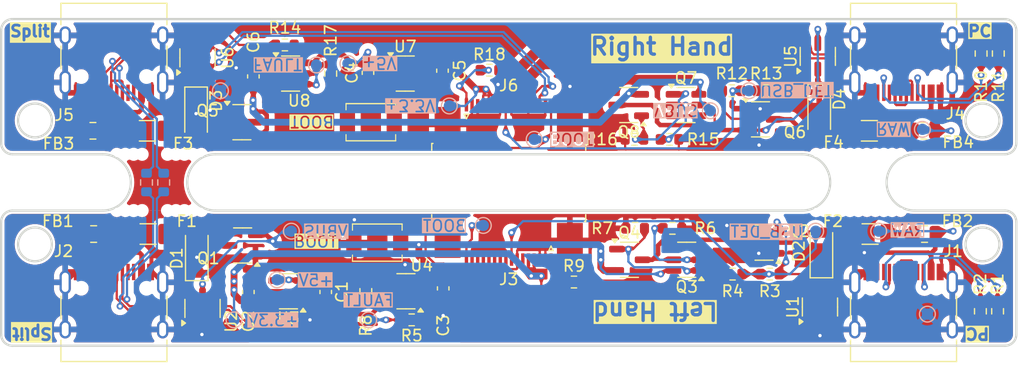
<source format=kicad_pcb>
(kicad_pcb (version 20240108) (generator "pcbnew") (generator_version "8.0")
  (layers (0 "F.Cu" signal) (31 "B.Cu" signal) (34 "B.Paste" user) (35 "F.Paste" user) (36 "B.SilkS" user "B.Silkscreen") (37 "F.SilkS" user "F.Silkscreen") (38 "B.Mask" user) (39 "F.Mask" user) (44 "Edge.Cuts" user))
  (net 0 "")
  (net 1 "+3V3_L")
  (net 2 "GND")
  (net 3 "VBUS_L")
  (net 4 "+5V_L")
  (net 5 "Net-(D1-A2)")
  (net 6 "Net-(F1-Pad2)")
  (net 7 "Net-(F2-Pad2)")
  (net 8 "Net-(Q2-S)")
  (net 9 "+5V_R")
  (net 10 "+3V3_R")
  (net 11 "VBUS_R")
  (net 12 "Net-(D2-A2)")
  (net 13 "Net-(D3-A2)")
  (net 14 "Net-(D4-A2)")
  (net 15 "Net-(F3-Pad2)")
  (net 16 "Net-(F4-Pad2)")
  (net 17 "VBUS_L_RAW")
  (net 18 "Net-(FB3-Pad1)")
  (net 19 "VBUS_R_RAW")
  (net 20 "D-_L")
  (net 21 "D+_L")
  (net 22 "D+_R")
  (net 23 "HAND_L")
  (net 25 "Net-(J4-CC2)")
  (net 26 "D-_R")
  (net 29 "SPLIT_Tx_L")
  (net 30 "Net-(J4-CC1)")
  (net 31 "SPLIT_Rx_L")
  (net 34 "USB_DET_R")
  (net 35 "USB_DET_L")
  (net 36 "BOOT_L")
  (net 37 "#5V_FAULT_L")
  (net 38 "BOOT_R")
  (net 39 "#5V_FAULT_R")
  (net 40 "Net-(Q7A-B1)")
  (net 42 "Net-(FB1-Pad1)")
  (net 45 "Net-(J1-CC2)")
  (net 46 "Net-(J1-CC1)")
  (net 51 "HAND_R")
  (net 52 "Net-(Q3A-B1)")
  (net 53 "Net-(Q3A-C1)")
  (net 54 "Net-(Q6-S)")
  (net 55 "Net-(Q7A-C1)")
  (net 56 "SPLIT_Rx_R")
  (net 57 "Net-(U4-ILIM)")
  (net 58 "Net-(U8-ILIM)")
  (net 61 "SPLIT_Tx_R")
  (footprint "Package_TO_SOT_SMD:SOT-23-6" (layer "F.Cu") (at 55.654 70.636 90)
    (property "Reference" "U2")
    (property "Value" "AZC199-04S")
  )
  (footprint "Capacitor_SMD:C_1206_3216Metric" (layer "F.Cu") (at 114.836 64.032)
    (property "Reference" "F2")
    (property "Value" "3A Polyfuse")
  )
  (footprint "Resistor_SMD:R_0603_1608Metric" (layer "F.Cu") (at 124.678 48.008 90)
    (property "Reference" "R10")
    (property "Value" "5.1k")
  )
  (footprint "Package_TO_SOT_SMD:SOT-23-3" (layer "F.Cu") (at 105.12 53.85)
    (property "Reference" "Q6")
    (property "Value" "AO3401A")
  )
  (footprint "Connector_USB:USB_C_Receptacle_HRO_TYPE-C-31-M-12" (layer "F.Cu") (at 117.8 47.45 180)
    (property "Reference" "J4")
    (property "Value" "USB_C_Receptacle_USB2.0" (hide yes))
  )
  (footprint "Capacitor_SMD:C_0603_1608Metric" (layer "F.Cu") (at 59.718 69.178 -90)
    (property "Reference" "C2")
    (property "Value" "4.7u")
  )
  (footprint "Connector_USB:USB_C_Receptacle_HRO_TYPE-C-31-M-12" (layer "F.Cu") (at 117.8 71.45)
    (property "Reference" "J1")
    (property "Value" "USB_C_Receptacle_USB2.0" (hide yes))
  )
  (footprint "Resistor_SMD:R_0603_1608Metric" (layer "F.Cu") (at 81.089 49.486 180)
    (property "Reference" "R18")
    (property "Value" "10k")
  )
  (footprint "Capacitor_SMD:C_0603_1608Metric" (layer "F.Cu") (at 76.99 68.858 90)
    (property "Reference" "C3")
    (property "Value" "4.7u")
  )
  (footprint "Resistor_SMD:R_0603_1608Metric" (layer "F.Cu") (at 97.055 55.628 180)
    (property "Reference" "R15")
    (property "Value" "10k")
  )
  (footprint "Resistor_SMD:R_0603_1608Metric" (layer "F.Cu") (at 93.944 55.628)
    (property "Reference" "R16")
    (property "Value" "10k")
  )
  (footprint "Diode_SMD:D_SOD-123" (layer "F.Cu") (at 55.146 65.81 90)
    (property "Reference" "D1")
    (property "Value" "SMF5.0CA")
  )
  (footprint "Package_TO_SOT_SMD:SOT-23-3" (layer "F.Cu") (at 93.5 66.318)
    (property "Reference" "Q4")
    (property "Value" "AO3401A")
  )
  (footprint "Resistor_SMD:R_0603_1608Metric" (layer "F.Cu") (at 88.582 68.294)
    (property "Reference" "R9")
    (property "Value" "10k")
  )
  (footprint "Package_TO_SOT_SMD:SOT-23-6" (layer "F.Cu") (at 55.209 48.389 90)
    (property "Reference" "U6")
    (property "Value" "AZC199-04S")
  )
  (footprint "Package_TO_SOT_SMD:SOT-23-6" (layer "F.Cu") (at 110.2 48.262 90)
    (property "Reference" "U5")
    (property "Value" "AZC199-04S")
  )
  (footprint "Resistor_SMD:R_0603_1608Metric" (layer "F.Cu") (at 102.644 67.588)
    (property "Reference" "R4")
    (property "Value" "10k")
  )
  (footprint "Resistor_SMD:R_0603_1608Metric" (layer "F.Cu") (at 67.02 49.786 90)
    (property "Reference" "R17")
    (property "Value" "24k")
  )
  (footprint "Resistor_SMD:R_0603_1608Metric" (layer "F.Cu") (at 126.202 48.008 90)
    (property "Reference" "R11")
    (property "Value" "5.1k")
  )
  (footprint "Capacitor_SMD:C_0805_2012Metric" (layer "F.Cu") (at 46.002 64.032)
    (property "Reference" "FB1")
    (property "Value" "3A")
  )
  (footprint "Resistor_SMD:R_0603_1608Metric" (layer "F.Cu") (at 105.628 51.31 180)
    (property "Reference" "R13")
    (property "Value" "10k")
  )
  (footprint "Package_TO_SOT_SMD:SOT-23-3" (layer "F.Cu") (at 59.21 65.048 180)
    (property "Reference" "Q1")
    (property "Value" "AO3401A")
  )
  (footprint "Resistor_SMD:R_0603_1608Metric" (layer "F.Cu") (at 126.139 70.89 -90)
    (property "Reference" "R1")
    (property "Value" "5.1k")
  )
  (footprint "Resistor_SMD:R_0603_1608Metric" (layer "F.Cu") (at 105.946 67.588)
    (property "Reference" "R3")
    (property "Value" "5.6k")
  )
  (footprint "Resistor_SMD:R_0603_1608Metric" (layer "F.Cu") (at 94.008 63.524)
    (property "Reference" "R7")
    (property "Value" "10k")
  )
  (footprint "Capacitor_SMD:C_1206_3216Metric" (layer "F.Cu") (at 50.828 64.032 180)
    (property "Reference" "F1")
    (property "Value" "3A Polyfuse")
  )
  (footprint "Resistor_SMD:R_0603_1608Metric" (layer "F.Cu") (at 102.58 51.31 180)
    (property "Reference" "R12")
    (property "Value" "5.6k")
  )
  (footprint "Connector_USB:USB_C_Receptacle_HRO_TYPE-C-31-M-12" (layer "F.Cu") (at 47.8 47.45 180)
    (property "Reference" "J5")
    (property "Value" "USB_C_Receptacle_USB2.0" (hide yes))
  )
  (footprint "Package_TO_SOT_SMD:SOT-23-6" (layer "F.Cu") (at 98.516 52.58)
    (property "Reference" "Q7")
    (property "Value" "DMMT5401")
  )
  (footprint "Resistor_SMD:R_0603_1608Metric" (layer "F.Cu") (at 70.132 69.112 -90)
    (property "Reference" "R8")
    (property "Value" "24k")
  )
  (footprint "Package_TO_SOT_SMD:SOT-23-6" (layer "F.Cu") (at 110.391 70.509 90)
    (property "Reference" "U1")
    (property "Value" "AZC199-04S")
  )
  (footprint "footprint:TS-1088-AR02016" (layer "F.Cu") (at 70.576 54.106 90)
    (property "Reference" "SW2" (hide yes))
    (property "Value" "SW_Push")
  )
  (footprint "Resistor_SMD:R_0603_1608Metric" (layer "F.Cu") (at 97.31 63.524 180)
    (property "Reference" "R6")
    (property "Value" "10k")
  )
  (footprint "Panelization:mouse-bite-5mm-slot" (layer "F.Cu") (at 51.8 59.45)
    (property "Reference" "mouse-bite-2mm-slot" (hide yes))
    (property "Value" "VAL**" (hide yes))
  )
  (footprint "Capacitor_SMD:C_0603_1608Metric" (layer "F.Cu") (at 70.322 49.72 90)
    (property "Reference" "C4")
    (property "Value" "4.7u")
  )
  (footprint "Capacitor_SMD:C_0603_1608Metric" (layer "F.Cu") (at 76.926 49.532 90)
    (property "Reference" "C5")
    (property "Value" "4.7u")
  )
  (footprint "Diode_SMD:D_SOD-123" (layer "F.Cu") (at 55.082 53.342 -90)
    (property "Reference" "D3")
    (property "Value" "SMF5.0CA")
  )
  (footprint "Connector_USB:USB_C_Receptacle_HRO_TYPE-C-31-M-12" (layer "F.Cu") (at 47.8 71.45)
    (property "Reference" "J2")
    (property "Value" "USB_C_Receptacle_USB2.0" (hide yes))
  )
  (footprint "Package_TO_SOT_SMD:SOT-23-6" (layer "F.Cu") (at 73.688 69.112 180)
    (property "Reference" "U4")
    (property "Value" "TPS2553DBVR-1")
  )
  (footprint "Capacitor_SMD:C_0805_2012Metric" (layer "F.Cu") (at 119.598 54.868 180)
    (property "Reference" "FB4")
    (property "Value" "3A")
  )
  (footprint "Package_TO_SOT_SMD:SOT-23-5" (layer "F.Cu") (at 73.624 49.786)
    (property "Reference" "U7")
    (property "Value" "AP2112K-3.3")
  )
  (footprint "Package_TO_SOT_SMD:SOT-23-3" (layer "F.Cu") (at 105.438 64.794 180)
    (property "Reference" "Q2")
    (property "Value" "AO3401A")
  )
  (footprint "Resistor_SMD:R_0603_1608Metric" (layer "F.Cu") (at 62.956 47.246 180)
    (property "Reference" "R14")
    (property "Value" "10k")
  )
  (footprint "Resistor_SMD:R_0603_1608Metric" (layer "F.Cu") (at 124.615 70.89 -90)
    (property "Reference" "R2")
    (property "Value" "5.1k")
  )
  (footprint "Capacitor_SMD:C_0603_1608Metric" (layer "F.Cu") (at 60.162 50.04 -90)
    (property "Reference" "C6")
    (property "Value" "4.7u")
  )
  (footprint "Package_TO_SOT_SMD:SOT-23-3" (layer "F.Cu") (at 59.146 54.104)
    (property "Reference" "Q5")
    (property "Value" "AO3401A")
  )
  (footprint "Connector_FFC-FPC:TE_1-1734839-6_1x16-1MP_P0.5mm_Horizontal" (layer "F.Cu") (at 82.8 53.95)
    (property "Reference" "J6")
    (property "Value" "Conn_01x16_Shielded")
  )
  (footprint "Capacitor_SMD:C_0805_2012Metric" (layer "F.Cu") (at 119.662 64.032 180)
    (property "Reference" "FB2")
    (property "Value" "3A")
  )
  (footprint "Panelization:mouse-bite-5mm-slot" (layer "F.Cu") (at 113.8 59.45)
    (property "Reference" "mouse-bite-2mm-slot" (hide yes))
    (property "Value" "VAL**" (hide yes))
  )
  (footprint "Capacitor_SMD:C_0805_2012Metric" (layer "F.Cu") (at 45.938 54.868)
    (property "Reference" "FB3")
    (property "Value" "3A")
  )
  (footprint "Package_TO_SOT_SMD:SOT-23-5" (layer "F.Cu") (at 63.274 69.112 180)
    (property "Reference" "U3")
    (property "Value" "AP2112K-3.3")
  )
  (footprint "Capacitor_SMD:C_1206_3216Metric" (layer "F.Cu") (at 114.772 54.868)
    (property "Reference" "F4")
    (property "Value" "3A Polyfuse")
  )
  (footprint "Package_TO_SOT_SMD:SOT-23-6" (layer "F.Cu") (at 98.58 66.318 180)
    (property "Reference" "Q3")
    (property "Value" "DMMT5401")
  )
  (footprint "Capacitor_SMD:C_1206_3216Metric" (layer "F.Cu") (at 50.764 54.868 180)
    (property "Reference" "F3")
    (property "Value" "3A Polyfuse")
  )
  (footprint "footprint:TS-1088-AR02016" (layer "F.Cu") (at 71.148 64.794 90)
    (property "Reference" "SW1" (hide yes))
    (property "Value" "SW_Push")
  )
  (footprint "Package_TO_SOT_SMD:SOT-23-3" (layer "F.Cu") (at 93.436 52.58 180)
    (property "Reference" "Q8")
    (property "Value" "AO3401A")
  )
  (footprint "Connector_FFC-FPC:TE_1-1734839-6_1x16-1MP_P0.5mm_Horizontal" (layer "F.Cu") (at 82.8 64.95 180)
    (property "Reference" "J3")
    (property "Value" "Conn_01x16_Shielded")
  )
  (footprint "Diode_SMD:D_SOD-123" (layer "F.Cu") (at 110.518 65.556 90)
    (property "Reference" "D2")
    (property "Value" "SMF5.0CA")
  )
  (footprint "Diode_SMD:D_SOD-123" (layer "F.Cu") (at 110.327 53.088 -90)
    (property "Reference" "D4")
    (property "Value" "SMF5.0CA")
  )
  (footprint "Capacitor_SMD:C_0603_1608Metric" (layer "F.Cu") (at 66.576 69.178 -90)
    (property "Reference" "C1")
    (property "Value" "4.7u")
  )
  (footprint "Package_TO_SOT_SMD:SOT-23-6" (layer "F.Cu") (at 63.464 49.786)
    (property "Reference" "U8")
    (property "Value" "TPS2553DBVR-1")
  )
  (footprint "Resistor_SMD:R_0603_1608Metric" (layer "F.Cu") (at 74.196 71.652)
    (property "Reference" "R5")
    (property "Value" "10k")
  )
  (footprint "TestPoint:TestPoint_Pad_D1.0mm" (layer "B.Cu") (at 68.544 48.897)
    (property "Reference" "TP14" (hide yes))
    (property "Value" "+5V_R")
  )
  (footprint "TestPoint:TestPoint_Pad_D1.0mm" (layer "B.Cu") (at 58.448 71.652 180)
    (property "Reference" "TP7" (hide yes))
    (property "Value" "+3.3V_L")
  )
  (footprint "TestPoint:TestPoint_Pad_D1.0mm" (layer "B.Cu") (at 80.546 63.27 180)
    (property "Reference" "TP3" (hide yes))
    (property "Value" "BOOT_L")
  )
  (footprint "TestPoint:TestPoint_Pad_D1.0mm" (layer "B.Cu") (at 115.598 63.778 180)
    (property "Reference" "TP4" (hide yes))
    (property "Value" "VBUS_L_RAW")
  )
  (footprint "TestPoint:TestPoint_Pad_D1.0mm" (layer "B.Cu") (at 119.471 54.739)
    (property "Reference" "TP12" (hide yes))
    (property "Value" "VBUS_R_RAW")
  )
  (footprint "TestPoint:TestPoint_Pad_D1.0mm" (layer "B.Cu") (at 77.533 52.661)
    (property "Reference" "TP15" (hide yes))
    (property "Value" "+3.3V_R")
  )
  (footprint "TestPoint:TestPoint_Pad_D1.0mm" (layer "B.Cu") (at 104.104 51.31)
    (property "Reference" "TP9" (hide yes))
    (property "Value" "USB_DET_R")
  )
  (footprint "TestPoint:TestPoint_Pad_D1.0mm" (layer "B.Cu") (at 100.675 53.088)
    (property "Reference" "TP13" (hide yes))
    (property "Value" "VBUS_R")
  )
  (footprint "TestPoint:TestPoint_Pad_D1.0mm" (layer "B.Cu") (at 62.258 68.096 180)
    (property "Reference" "TP6" (hide yes))
    (property "Value" "+5V_L")
  )
  (footprint "TestPoint:TestPoint_Pad_D1.0mm" (layer "B.Cu") (at 63.528 63.778 180)
    (property "Reference" "TP5" (hide yes))
    (property "Value" "VBUS_L")
  )
  (footprint "Resistor_SMD:R_0603_1608Metric" (layer "B.Cu") (at 52.212 59.456 -90)
    (property "Reference" "R20" (hide yes))
    (property "Value" "10k")
  )
  (footprint "TestPoint:TestPoint_Pad_D1.0mm" (layer "B.Cu") (at 57.241 51.31)
    (property "Reference" "TP16" (hide yes))
    (property "Value" "GND")
  )
  (footprint "TestPoint:TestPoint_Pad_D1.0mm" (layer "B.Cu") (at 119.916 71.144 180)
    (property "Reference" "TP8" (hide yes))
    (property "Value" "GND")
  )
  (footprint "TestPoint:TestPoint_Pad_D1.0mm" (layer "B.Cu") (at 110.01 63.778 180)
    (property "Reference" "TP1" (hide yes))
    (property "Value" "USB_DET_L")
  )
  (footprint "Resistor_SMD:R_0603_1608Metric" (layer "B.Cu") (at 50.688 59.456 -90)
    (property "Reference" "R19" (hide yes))
    (property "Value" "10k")
  )
  (footprint "TestPoint:TestPoint_Pad_D1.0mm" (layer "B.Cu") (at 65.75 49.024)
    (property "Reference" "TP10" (hide yes))
    (property "Value" "#5V_FAULT_R")
  )
  (footprint "TestPoint:TestPoint_Pad_D1.0mm" (layer "B.Cu") (at 85.054 55.628 180)
    (property "Reference" "TP11" (hide yes))
    (property "Value" "BOOT_R")
  )
  (footprint "TestPoint:TestPoint_Pad_D1.0mm" (layer "B.Cu") (at 70.386 71.652 180)
    (property "Reference" "TP2" (hide yes))
    (property "Value" "#5V_FAULT_L")
  )
  (gr_poly (pts (xy 83.594 65.429) (xy 83.721 64.794) (xy 86.515 64.794) (xy 86.515 65.429)) (stroke (width 0.2)) (fill solid) (layer "F.Cu") (net 2))
  (gr_poly (pts (xy 84.024961 51.91047) (xy 84.004961 50.73047) (xy 84.744961 50.90047)) (stroke (width 0.2)) (fill solid) (layer "F.Cu") (net 22))
  (gr_poly (pts (xy 86.07 53.469) (xy 85.816 54.104) (xy 83.276 54.104) (xy 83.149 53.469)) (stroke (width 0.2)) (fill solid) (layer "F.Cu") (net 2))
  (gr_poly (pts (xy 82.04 67) (xy 82.78 67.99) (xy 82.05 68.17)) (stroke (width 0.2)) (fill solid) (layer "F.Cu") (net 20))
  (gr_poly (pts (xy 83.975 67.08) (xy 84.61 67.969) (xy 86.134 67.969) (xy 86.134 67.207) (xy 85.118 67.207) (xy 85.118 67.08)) (stroke (width 0.2)) (fill solid) (layer "F.Cu") (net 1))
  (gr_poly (pts (xy 79.53 65.429) (xy 79.784 64.794) (xy 82.324 64.794) (xy 82.451 65.429)) (stroke (width 0.2)) (fill solid) (layer "F.Cu") (net 2))
  (gr_poly (pts (xy 81.56 67) (xy 81.58 68.18) (xy 80.84 68.01)) (stroke (width 0.2)) (fill solid) (layer "F.Cu") (net 21))
  (gr_poly (pts (xy 82.006 53.469) (xy 81.879 54.104) (xy 79.085 54.104) (xy 79.085 53.469)) (stroke (width 0.2)) (fill solid) (layer "F.Cu") (net 2))
  (gr_poly (pts (xy 83.544961 51.91047) (xy 82.804961 50.92047) (xy 83.534961 50.74047)) (stroke (width 0.2)) (fill solid) (layer "F.Cu") (net 26))
  (gr_line (start 37.8 45.95) (end 37.8 55.95) (stroke (width 0.2)) (layer "Edge.Cuts"))
  (gr_line (start 127.8 72.95) (end 127.8 62.950001) (stroke (width 0.2)) (layer "Edge.Cuts"))
  (gr_line (start 127.8 55.950001) (end 127.8 45.95) (stroke (width 0.2)) (layer "Edge.Cuts"))
  (gr_arc (start 126.800004 44.95) (mid 127.507108 45.242895) (end 127.8 45.95) (stroke (width 0.2)) (layer "Edge.Cuts"))
  (gr_line (start 38.799999 73.95) (end 126.800001 73.95) (stroke (width 0.2)) (layer "Edge.Cuts"))
  (gr_circle (center 124.8 64.950001) (end 126.3 64.950001) (stroke (width 0.2)) (fill none) (layer "Edge.Cuts"))
  (gr_arc (start 38.799996 73.950001) (mid 38.092891 73.657106) (end 37.8 72.950001) (stroke (width 0.2)) (layer "Edge.Cuts"))
  (gr_arc (start 37.8 45.95) (mid 38.092893 45.242894) (end 38.799998 44.95) (stroke (width 0.2)) (layer "Edge.Cuts"))
  (gr_arc (start 38.799999 56.95) (mid 38.092893 56.657106) (end 37.8 55.95) (stroke (width 0.2)) (layer "Edge.Cuts"))
  (gr_arc (start 46.8 56.95) (mid 49.3 59.45) (end 46.8 61.95) (stroke (width 0.2)) (layer "Edge.Cuts"))
  (gr_line (start 126.800001 44.95) (end 38.799999 44.95) (stroke (width 0.2)) (layer "Edge.Cuts"))
  (gr_arc (start 37.8 62.95) (mid 38.092893 62.242894) (end 38.799999 61.950001) (stroke (width 0.2)) (layer "Edge.Cuts"))
  (gr_arc (start 127.8 55.950001) (mid 127.507107 56.657107) (end 126.800001 56.95) (stroke (width 0.2)) (layer "Edge.Cuts"))
  (gr_line (start 37.8 62.95) (end 37.8 72.950001) (stroke (width 0.2)) (layer "Edge.Cuts"))
  (gr_circle (center 40.8 53.95) (end 39.3 53.95) (stroke (width 0.2)) (fill none) (layer "Edge.Cuts"))
  (gr_arc (start 108.8 56.95) (mid 111.3 59.45) (end 108.8 61.95) (stroke (width 0.2)) (layer "Edge.Cuts"))
  (gr_line (start 118.8 56.95) (end 126.800002 56.950001) (stroke (width 0.2)) (layer "Edge.Cuts"))
  (gr_line (start 56.8 56.95) (end 108.8 56.95) (stroke (width 0.2)) (layer "Edge.Cuts"))
  (gr_arc (start 127.8 72.950001) (mid 127.507107 73.657106) (end 126.800002 73.950001) (stroke (width 0.2)) (layer "Edge.Cuts"))
  (gr_line (start 38.799998 61.95) (end 46.8 61.95) (stroke (width 0.2)) (layer "Edge.Cuts"))
  (gr_line (start 56.8 61.95) (end 108.8 61.95) (stroke (width 0.2)) (layer "Edge.Cuts"))
  (gr_line (start 126.800004 61.95) (end 118.8 61.95) (stroke (width 0.2)) (layer "Edge.Cuts"))
  (gr_arc (start 118.8 61.95) (mid 116.3 59.45) (end 118.8 56.95) (stroke (width 0.2)) (layer "Edge.Cuts"))
  (gr_arc (start 56.8 61.95) (mid 54.3 59.45) (end 56.8 56.95) (stroke (width 0.2)) (layer "Edge.Cuts"))
  (gr_circle (center 124.8 53.95) (end 123.3 53.95) (stroke (width 0.2)) (fill none) (layer "Edge.Cuts"))
  (gr_circle (center 40.8 64.950001) (end 42.3 64.950001) (stroke (width 0.2)) (fill none) (layer "Edge.Cuts"))
  (gr_arc (start 126.800001 61.950001) (mid 127.507107 62.242895) (end 127.8 62.950001) (stroke (width 0.2)) (layer "Edge.Cuts"))
  (gr_line (start 38.799996 56.950001) (end 46.8 56.95) (stroke (width 0.2)) (layer "Edge.Cuts"))
  (gr_text "BOOT" (at 79.149 63.905 0) (layer "B.SilkS" knockout) (effects (font (size 1 1)) (justify left bottom mirror)))
  (gr_text "FAULT" (at 72.672 70.509 0) (layer "B.SilkS" knockout) (effects (font (size 1 1)) (justify left bottom mirror)))
  (gr_text "+5V" (at 67.338 68.731 0) (layer "B.SilkS" knockout) (effects (font (size 1 1)) (justify left bottom mirror)))
  (gr_text "BOOT" (at 86.324 54.993 180) (layer "B.SilkS" knockout) (effects (font (size 1 1)) (justify left bottom mirror)))
  (gr_text "FAULT" (at 60.035 48.389 180) (layer "B.SilkS" knockout) (effects (font (size 1 1)) (justify left bottom mirror)))
  (gr_text "RAW" (at 115.28 54.104 180) (layer "B.SilkS" knockout) (effects (font (size 1 1)) (justify left bottom mirror)))
  (gr_text "VBUS" (at 68.608 64.413 0) (layer "B.SilkS" knockout) (effects (font (size 1 1)) (justify left bottom mirror)))
  (gr_text "+5V" (at 69.687 48.262 180) (layer "B.SilkS" knockout) (effects (font (size 1 1)) (justify left bottom mirror)))
  (gr_text "USB_DET" (at 108.994 64.413 0) (layer "B.SilkS" knockout) (effects (font (size 1 1)) (justify left bottom mirror)))
  (gr_text "+3.3V" (at 64.29 72.287 0) (layer "B.SilkS" knockout) (effects (font (size 1 1)) (justify left bottom mirror)))
  (gr_text "+3.3V" (at 71.691 52.026 180) (layer "B.SilkS" knockout) (effects (font (size 1 1)) (justify left bottom mirror)))
  (gr_text "RAW" (at 119.789 64.286 0) (layer "B.SilkS" knockout) (effects (font (size 1 1)) (justify left bottom mirror)))
  (gr_text "USB_DET" (at 104.993 50.675 180) (layer "B.SilkS" knockout) (effects (font (size 1 1)) (justify left bottom mirror)))
  (gr_text "VBUS" (at 95.595 52.453 180) (layer "B.SilkS" knockout) (effects (font (size 1 1)) (justify left bottom mirror)))
  (gr_text "Left Hand" (at 95.786 70.001 180) (layer "F.SilkS" knockout) (effects (font (size 1.5 1.5) (thickness 0.3) (bold yes)) (justify bottom)))
  (gr_text "PC" (at 124.361 72.287 180) (layer "F.SilkS" knockout) (effects (font (size 1 1) (thickness 0.25) (bold yes)) (justify bottom)))
  (gr_text "PC" (at 124.551 46.611 0) (layer "F.SilkS" knockout) (effects (font (size 1 1) (thickness 0.25) (bold yes)) (justify bottom)))
  (gr_text "BOOT" (at 67.401 53.469 180) (layer "F.SilkS" knockout) (effects (font (size 1 1)) (justify left bottom)))
  (gr_text "Split" (at 40.541 72.287 180) (layer "F.SilkS" knockout) (effects (font (size 1 1) (thickness 0.25) (bold yes)) (justify bottom)))
  (gr_text "Split" (at 40.35 46.611 0) (layer "F.SilkS" knockout) (effects (font (size 1 1) (thickness 0.25) (bold yes)) (justify bottom)))
  (gr_text "BOOT" (at 63.655 65.302 0) (layer "F.SilkS" knockout) (effects (font (size 1 1)) (justify left bottom)))
  (gr_text "Right Hand" (at 96.357 48.262 0) (layer "F.SilkS" knockout) (effects (font (size 1.5 1.5) (thickness 0.3) (bold yes)) (justify bottom)))
  (segment (start 86.055 69.069) (end 89.1085 69.069) (width 0.2) (layer "F.Cu") (net 1))
  (segment (start 84.991 67.207) (end 84.991 67.75) (width 0.2) (layer "F.Cu") (net 1))
  (segment (start 59.718 69.953) (end 59.035 69.953) (width 0.6) (layer "F.Cu") (net 1))
  (segment (start 62.1365 70.062) (end 59.827 70.062) (width 0.4) (layer "F.Cu") (net 1))
  (segment (start 84.55 67.147) (end 84.61 67.207) (width 0.2) (layer "F.Cu") (net 1))
  (segment (start 84.55 66.3) (end 84.55 67.147) (width 0.2) (layer "F.Cu") (net 1))
  (segment (start 84.61 67.207) (end 84.991 67.207) (width 0.2) (layer "F.Cu") (net 1))
  (segment (start 84.05 66.3) (end 84.05 67.155) (width 0.2) (layer "F.Cu") (net 1))
  (segment (start 84.991 67.207) (end 85.05 67.148) (width 0.2) (layer "F.Cu") (net 1))
  (segment (start 84.102 67.207) (end 84.61 67.207) (width 0.2) (layer "F.Cu") (net 1))
  (segment (start 58.448 67.399) (end 58.448 68.223) (width 0.6) (layer "F.Cu") (net 1))
  (segment (start 58.448 69.366) (end 58.448 68.985) (width 0.6) (layer "F.Cu") (net 1))
  (segment (start 59.827 70.062) (end 59.718 69.953) (width 0.4) (layer "F.Cu") (net 1))
  (segment (start 84.257 67.207) (end 84.102 67.207) (width 0.2) (layer "F.Cu") (net 1))
  (segment (start 89.407 68.7705) (end 89.407 68.294) (width 0.2) (layer "F.Cu") (net 1))
  (segment (start 85.689 67.75) (end 85.689 68.703) (width 0.2) (layer "F.Cu") (net 1))
  (segment (start 58.448 68.223) (end 58.448 68.985) (width 0.6) (layer "F.Cu") (net 1))
  (segment (start 84.05 67.155) (end 84.102 67.207) (width 0.2) (layer "F.Cu") (net 1))
  (segment (start 59.035 69.953) (end 58.448 69.366) (width 0.6) (layer "F.Cu") (net 1))
  (segment (start 89.1085 69.069) (end 89.407 68.7705) (width 0.2) (layer "F.Cu") (net 1))
  (segment (start 84.8 67.75) (end 84.257 67.207) (width 0.2) (layer "F.Cu") (net 1))
  (segment (start 85.689 68.703) (end 86.055 69.069) (width 0.2) (layer "F.Cu") (net 1))
  (segment (start 85.05 67.148) (end 85.05 66.3) (width 0.2) (layer "F.Cu") (net 1))
  (via (at 58.448 67.399) (size 0.6) (drill 0.3) (layers "F.Cu" "B.Cu") (net 1))
  (via (at 58.448 68.985) (size 0.6) (drill 0.3) (layers "F.Cu" "B.Cu") (net 1))
  (via (at 58.448 68.223) (size 0.6) (drill 0.3) (layers "F.Cu" "B.Cu") (net 1))
  (via (at 85.689 67.75) (size 0.6) (drill 0.3) (layers "F.Cu" "B.Cu") (net 1))
  (via (at 84.8 67.75) (size 0.6) (drill 0.3) (layers "F.Cu" "B.Cu") (net 1))
  (segment (start 58.448 71.652) (end 58.448 68.985) (width 0.2) (layer "B.Cu") (net 1))
  (segment (start 82.825 65.775) (end 84.8 67.75) (width 0.6) (layer "B.Cu") (net 1))
  (segment (start 58.448 67.399) (end 60.072 65.775) (width 0.6) (layer "B.Cu") (net 1))
  (segment (start 85.689 67.75) (end 84.8 67.75) (width 0.6) (layer "B.Cu") (net 1))
  (segment (start 60.072 65.775) (end 82.825 65.775) (width 0.6) (layer "B.Cu") (net 1))
  (segment (start 84.534 52.619) (end 84.534 53.419) (width 0.2) (layer "F.Cu") (net 2))
  (segment (start 114.328 65.683) (end 113.267 65.683) (width 0.2) (layer "F.Cu") (net 2))
  (segment (start 56.49 67.46) (end 56.6 67.35) (width 0.2) (layer "F.Cu") (net 2))
  (segment (start 63.21 49.786) (end 63.312 49.888) (width 0.2) (layer "F.Cu") (net 2))
  (segment (start 97.88 55.628) (end 97.88 56.516) (width 0.2) (layer "F.Cu") (net 2))
  (segment (start 111.744 67.206) (end 110.518 67.206) (width 0.2) (layer "F.Cu") (net 2))
  (segment (start 93.182 56.517) (end 91.785 56.517) (width 0.2) (layer "F.Cu") (net 2))
  (segment (start 105.077 52.9) (end 105.092 52.915) (width 0.2) (layer "F.Cu") (net 2))
  (segment (start 44.55 51.495) (end 44.55 52.698) (width 0.4) (layer "F.Cu") (net 2))
  (segment (start 111.342 51.438) (end 112.2 50.58) (width 0.4) (layer "F.Cu") (net 2))
  (segment (start 73.84 68.788999) (end 73.84 66.978) (width 0.2) (layer "F.Cu") (net 2))
  (segment (start 110.518 67.206) (end 110.518 65.937) (width 0.2) (layer "F.Cu") (net 2))
  (segment (start 110.2 49.3995) (end 110.2 50.548) (width 0.2) (layer "F.Cu") (net 2))
  (segment (start 66.576 66.926) (end 66.576 68.403) (width 0.2) (layer "F.Cu") (net 2))
  (segment (start 52.2 65.95) (end 51.2 65.95) (width 0.2) (layer "F.Cu") (net 2))
  (segment (start 81.851 50.756) (end 81.851 49.549) (width 0.2) (layer "F.Cu") (net 2))
  (segment (start 106.453 51.31) (end 106.453 52.57) (width 0.2) (layer "F.Cu") (net 2))
  (segment (start 55.146 67.46) (end 53.71 67.46) (width 0.2) (layer "F.Cu") (net 2))
  (segment (start 52.12 50.58) (end 53.336 50.58) (width 0.2) (layer "F.Cu") (net 2))
  (segment (start 44.395 67.405) (end 43.48 68.32) (width 0.4) (layer "F.Cu") (net 2))
  (segment (start 44.414 52.834) (end 43.652 52.834) (width 0.4) (layer "F.Cu") (net 2))
  (segment (start 73.612 66.75) (end 69.8 66.75) (width 0.2) (layer "F.Cu") (net 2))
  (segment (start 76.926 50.307) (end 76.926 51.31) (width 0.2) (layer "F.Cu") (net 2))
  (segment (start 55.146 67.46) (end 56.49 67.46) (width 0.2) (layer "F.Cu") (net 2))
  (segment (start 76.926 51.31) (end 76.672 51.564) (width 0.2) (layer "F.Cu") (net 2))
  (segment (start 63.464 53.85) (end 67.02 53.85) (width 0.2) (layer "F.Cu") (net 2))
  (segment (start 81.851 49.549) (end 81.914 49.486) (width 0.2) (layer "F.Cu") (net 2))
  (segment (start 70.132 68.033) (end 70.132 67.082) (width 0.2) (layer "F.Cu") (net 2))
  (segment (start 59.718 67.313) (end 60.3475 66.6835) (width 0.2) (layer "F.Cu") (net 2))
  (segment (start 73.84 66.978) (end 73.688 66.826) (width 0.2) (layer "F.Cu") (net 2))
  (segment (start 75.656 49.786) (end 72.4865 49.786) (width 0.4) (layer "F.Cu") (net 2))
  (segment (start 110.327 51.438) (end 108.423 51.438) (width 0.2) (layer "F.Cu") (net 2))
  (segment (start 121.122 53.088) (end 122.138 53.088) (width 0.4) (layer "F.Cu") (net 2))
  (segment (start 51.2 65.95) (end 51.05 66.1) (width 0.2) (layer "F.Cu") (net 2))
  (segment (start 82.5 65.45) (end 82.55 65.5) (width 0.2) (layer "F.Cu") (net 2))
  (segment (start 83.034 51.819) (end 82.965 51.75) (width 0.2) (layer "F.Cu") (net 2))
  (segment (start 79.55 65.5) (end 79.6 65.45) (width 0.2) (layer "F.Cu") (net 2))
  (segment (start 121.05 51.495) (end 121.05 53.016) (width 0.4) (layer "F.Cu") (net 2))
  (segment (start 69.116 64.751) (end 69.073 64.794) (width 0.2) (layer "F.Cu") (net 2))
  (segment (start 56.6 66.35) (end 56.952 65.998) (width 0.2) (layer "F.Cu") (net 2))
  (segment (start 76.926 50.307) (end 76.177 50.307) (width 0.4) (layer "F.Cu") (net 2))
  (segment (start 84.534 53.419) (end 84.503 53.45) (width 0.2) (layer "F.Cu") (net 2))
  (segment (start 63.312 53.698) (end 63.464 53.85) (width 0.2) (layer "F.Cu") (net 2))
  (segment (start 61.496 69.112) (end 60.787 68.403) (width 0.4) (layer "F.Cu") (net 2))
  (segment (start 86 64.75) (end 86.05 64.8) (width 0.2) (layer "F.Cu") (net 2))
  (segment (start 90.457 54.3) (end 88.22 54.3) (width 0.2) (layer "F.Cu") (net 2))
  (segment (start 70 66.95) (end 69.8 66.75) (width 0.2) (layer "F.Cu") (net 2))
  (segment (start 113.48 52.939) (end 113.48 50.58) (width 0.4) (layer "F.Cu") (net 2))
  (segment (start 123.259 72.5) (end 122.12 72.5) (width 0.2) (layer "F.Cu") (net 2))
  (segment (start 93.183 62.567) (end 93.2 62.55) (width 0.2) (layer "F.Cu") (net 2))
  (segment (start 68.29 50.548) (end 68.227 50.611) (width 0.2) (layer "F.Cu") (net 2))
  (segment (start 112.2 50.58) (end 113.48 50.58) (width 0.4) (layer "F.Cu") (net 2))
  (segment (start 85.55 65.556) (end 85.55 66.3) (width 0.2) (layer "F.Cu") (net 2))
  (segment (start 101.8 66.15) (end 102.206 65.744) (width 0.2) (layer "F.Cu") (net 2))
  (segment (start 104.612 56.517) (end 97.881 56.517) (width 0.2) (layer "F.Cu") (net 2))
  (segment (start 67.276 54.106) (end 68.501 54.106) (width 0.2) (layer "F.Cu") (net 2))
  (segment (start 83.55 65.5) (end 83.6 65.45) (width 0.2) (layer "F.Cu") (net 2))
  (segment (start 56.324 53.042) (end 56.436 53.154) (width 0.2) (layer "F.Cu") (net 2))
  (segment (start 82.034 51.839) (end 82.034 53.419) (width 0.2) (layer "F.Cu") (net 2))
  (segment (start 86.034 52.619) (end 86.034 53.419) (width 0.2) (layer "F.Cu") (net 2))
  (segment (start 81.1 65.45) (end 82.5 65.45) (width 0.2) (layer "F.Cu") (net 2))
  (segment (start 44.55 67.405) (end 44.395 67.405) (width 0.4) (layer "F.Cu") (net 2))
  (segment (start 122.138 53.088) (end 122.12 53.07) (width 0.4) (layer "F.Cu") (net 2))
  (segment (start 77.38 54.3) (end 75.09 54.3) (width 0.2) (layer "F.Cu") (net 2))
  (segment (start 106.108 52.915) (end 105.092 52.915) (width 0.2) (layer "F.Cu") (net 2))
  (segment (start 80.034 53.363) (end 80.034 52.619) (width 0.2) (layer "F.Cu") (net 2))
  (segment (start 110.2 50.548) (end 110.327 50.675) (width 0.2) (layer "F.Cu") (net 2))
  (segment (start 114.55 51.495) (end 114.55 53.056) (width 0.4) (layer "F.Cu") (net 2))
  (segment (start 52.034 52.834) (end 51.05 52.834) (width 0.4) (layer "F.Cu") (net 2))
  (segment (start 113.502 53.088) (end 113.502 52.961) (width 0.4) (layer "F.Cu") (net 2))
  (segment (start 124.615 71.715) (end 126.139 71.715) (width 0.2) (layer "F.Cu") (net 2))
  (segment (start 81.851 50.756) (end 82.034 50.939) (width 0.2) (layer "F.Cu") (net 2))
  (segment (start 69.8 66.75) (end 66.4 66.75) (width 0.2) (layer "F.Cu") (net 2))
  (segment (start 108.423 51.438) (end 108.295 51.31) (width 0.2) (layer "F.Cu") (net 2))
  (segment (start 81.05 66.3) (end 81.05 65.5) (width 0.2) (layer "F.Cu") (net 2))
  (segment (start 84.565 53.45) (end 84.534 53.419) (width 0.2) (layer "F.Cu") (net 2))
  (segment (start 56.6 67.35) (end 56.6 66.35) (width 0.2) (layer "F.Cu") (net 2))
  (segment (start 55.654 71.7735) (end 55.654 72.896) (width 0.2) (layer "F.Cu") (net 2))
  (segment (start 90.896 55.628) (end 90.896 54.739) (width 0.2) (layer "F.Cu") (net 2))
  (segment (start 93.183 63.524) (end 91.826 63.524) (width 0.2) (layer "F.Cu") (net 2))
  (segment (start 93.183 63.524) (end 93.183 62.567) (width 0.2) (layer "F.Cu") (net 2))
  (segment (start 79.6 65.45) (end 81 65.45) (width 0.2) (layer "F.Cu") (net 2))
  (segment (start 55.082 51.692) (end 55.082 50.802) (width 0.2) (layer "F.Cu") (net 2))
  (segment (start 70.322 51.31) (end 70.322 50.495) (width 0.2) (layer "F.Cu") (net 2))
  (segment (start 53.336 50.58) (end 53.558 50.802) (width 0.2) (layer "F.Cu") (net 2))
  (segment (start 55.654 72.896) (end 55.6 72.95) (width 0.2) (layer "F.Cu") (net 2))
  (segment (start 53.558 50.802) (end 53.558 51.564) (width 0.2) (layer "F.Cu") (net 2))
  (segment (start 55.082 51.692) (end 55.082 53.342) (width 0.2) (layer "F.Cu") (net 2))
  (segment (start 43.48 52.662) (end 43.48 50.58) (width 0.4) (layer "F.Cu") (net 2))
  (segment (start 58.651 49.265) (end 58.638 49.278) (width 0.2) (layer "F.Cu") (net 2))
  (segment (start 83.6 65.45) (end 85.444 65.45) (width 0.2) (layer "F.Cu") (net 2))
  (segment (start 79.534 54.119) (end 79.534 52.619) (width 0.2) (layer "F.Cu") (net 2))
  (segment (start 75.09 54.3) (end 74.894 54.104) (width 0.2) (layer "F.Cu") (net 2))
  (segment (start 110.518 65.937) (end 110.325 65.744) (width 0.2) (layer "F.Cu") (net 2))
  (segment (start 86.003 53.45) (end 84.565 53.45) (width 0.2) (layer "F.Cu") (net 2))
  (segment (start 126.202 47.183) (end 124.678 47.183) (width 0.4) (layer "F.Cu") (net 2))
  (segment (start 82.55 67.1) (end 82.6 67.15) (width 0.2) (layer "F.Cu") (net 2))
  (segment (start 114.518 53.088) (end 113.502 53.088) (width 0.4) (layer "F.Cu") (net 2))
  (segment (start 59.718 68.403) (end 59.718 67.313) (width 0.2) (layer "F.Cu") (net 2))
  (segment (start 74.894 51.564) (end 70.576 51.564) (width 0.2) (layer "F.Cu") (net 2))
  (segment (start 83.55 66.3) (end 83.55 65.5) (width 0.2) (layer "F.Cu") (net 2))
  (segment (start 56.952 65.998) (end 60.3475 65.998) (width 0.2) (layer "F.Cu") (net 2))
  (segment (start 123.345 71.906) (end 123.345 72.414) (width 0.2) (layer "F.Cu") (net 2))
  (segment (start 104.993 56.136) (end 104.612 56.517) (width 0.2) (layer "F.Cu") (net 2))
  (segment (start 67.02 53.85) (end 67.276 54.106) (width 0.2) (layer "F.Cu") (net 2))
  (segment (start 124.615 71.715) (end 123.536 71.715) (width 0.2) (layer "F.Cu") (net 2))
  (segment (start 121.05 53.016) (end 121.122 53.088) (width 0.4) (layer "F.Cu") (net 2))
  (segment (start 55.082 50.802) (end 55.209 50.675) (width 0.2) (layer "F.Cu") (net 2))
  (segment (start 82.034 53.419) (end 82.003 53.45) (width 0.2) (layer "F.Cu") (net 2))
  (segment (start 44.55 52.698) (end 44.414 52.834) (width 0.4) (layer "F.Cu") (net 2))
  (segment (start 82.55 66.3) (end 82.55 67.1) (width 0.2) (layer "F.Cu") (net 2))
  (segment (start 88.22 64.6) (end 86.15 64.6) (width 0.2) (layer "F.Cu") (net 2))
  (segment (start 101.416 62.55) (end 98.135 62.55) (width 0.2) (layer "F.Cu") (net 2))
  (segment (start 82.965 51.75) (end 82.123 51.75) (width 0.2) (layer "F.Cu") (net 2))
  (segment (start 82.034 50.939) (end 82.034 51.839) (width 0.2) (layer "F.Cu") (net 2))
  (segment (start 51.05 52.834) (end 51.05 51.495) (width 0.4) (layer "F.Cu") (net 2))
  (segment (start 79.353 54.3) (end 79.534 54.119) (width 0.2) (layer "F.Cu") (net 2))
  (segment (start 123.345 72.414) (end 123.259 72.5) (width 0.2) (layer "F.Cu") (net 2))
  (segment (start 68.544 50.548) (end 68.29 50.548) (width 0.2) (layer "F.Cu") (net 2))
  (segment (start 93.119 56.454) (end 93.119 55.628) (width 0.2) (layer "F.Cu") (net 2))
  (segment (start 81 65.45) (end 81.05 65.5) (width 0.2) (layer "F.Cu") (net 2))
  (segment (start 60.3475 66.6835) (end 60.3475 65.998) (width 0.2) (layer "F.Cu") (net 2))
  (segment (start 88.22 54.113) (end 88.229 54.104) (width 0.2) (layer "F.Cu") (net 2))
  (segment (start 82.55 65.5) (end 82.55 66.3) (width 0.2) (layer "F.Cu") (net 2))
  (segment (start 93.182 56.517) (end 93.119 56.454) (width 0.2) (layer "F.Cu") (net 2))
  (segment (start 52.12 50.58) (end 52.12 52.748) (width 0.4) (layer "F.Cu") (net 2))
  (segment (start 83.55 67.08) (end 83.55 66.3) (width 0.2) (layer "F.Cu") (net 2))
  (segment (start 51.05 67.405) (end 51.205 67.405) (width 0.4) (layer "F.Cu") (net 2))
  (segment (start 83.034 53.419) (end 83.034 51.819) (width 0.2) (layer "F.Cu") (net 2))
  (segment (start 55.209 50.675) (end 55.209 49.5265) (width 0.2) (layer "F.Cu") (net 2))
  (segment (start 52.12 52.748) (end 52.034 52.834) (width 0.4) (layer "F.Cu") (net 2))
  (segment (start 56.436 53.154) (end 58.0085 53.154) (width 0.2) (layer "F.Cu") (net 2))
  (segment (start 110.327 50.675) (end 110.327 51.438) (width 0.2) (layer "F.Cu") (net 2))
  (segment (start 53.71 67.46) (end 52.2 65.95) (width 0.2) (layer "F.Cu") (net 2))
  (segment (start 82.123 51.75) (end 82.034 51.839) (width 0.2) (layer "F.Cu") (net 2))
  (segment (start 85.444 65.45) (end 85.55 65.556) (width 0.2) (layer "F.Cu") (net 2))
  (segment (start 79.55 66.3) (end 79.55 65.5) (width 0.2) (layer "F.Cu") (net 2))
  (segment (start 91.785 56.517) (end 90.896 55.628) (width 0.2) (layer "F.Cu") (net 2))
  (segment (start 43.652 52.834) (end 43.48 52.662) (width 0.4) (layer "F.Cu") (net 2))
  (segment (start 91.826 63.524) (end 90.75 64.6) (width 0.2) (layer "F.Cu") (net 2))
  (segment (start 64.4115 69.112) (end 61.496 69.112) (width 0.4) (layer "F.Cu") (net 2))
  (segment (start 110.391 71.6465) (end 110.391 73.049) (width 0.2) (layer "F.Cu") (net 2))
  (segment (start 113.267 65.683) (end 111.744 67.206) (width 0.2) (layer "F.Cu") (net 2))
  (segment (start 82.003 53.45) (end 80.121 53.45) (width 0.2) (layer "F.Cu") (net 2))
  (segment (start 66.4 66.75) (end 66.576 66.926) (width 0.2) (layer "F.Cu") (net 2))
  (segment (start 84.503 53.45) (end 83.065 53.45) (width 0.2) (layer "F.Cu") (net 2))
  (segment (start 102.206 65.744) (end 104.965 65.744) (width 0.2) (layer "F.Cu") (net 2))
  (segment (start 86.15 64.6) (end 86 64.75) (width 0.2) (layer "F.Cu") (net 2))
  (segment (start 102.136 63.27) (end 101.416 62.55) (width 0.2) (layer "F.Cu") (net 2))
  (segment (start 77.38 54.3) (end 79.353 54.3) (width 0.2) (layer "F.Cu") (net 2))
  (segment (start 90.75 64.6) (end 88.22 64.6) (width 0.2) (layer "F.Cu") (net 2))
  (segment (start 70.322 50.495) (end 68.597 50.495) (width 0.2) (layer "F.Cu") (net 2))
  (segment (start 101.8 66.55) (end 101.8 66.15) (width 0.2) (layer "F.Cu") (net 2))
  (segment (start 98.135 62.55) (end 98.135 63.524) (width 0.2) (layer "F.Cu") (net 2))
  (segment (start 53.558 51.564) (end 53.686 51.692) (width 0.2) (layer "F.Cu") (net 2))
  (segment (start 121.05 67.405) (end 121.205 67.405) (width 0.4) (layer "F.Cu") (net 2))
  (segment (start 88.229 54.104) (end 88.229 50.929) (width 0.2) (layer "F.Cu") (net 2))
  (segment (start 106.453 52.57) (end 106.108 52.915) (width 0.2) (layer "F.Cu") (net 2))
  (segment (start 86.05 64.8) (end 86.05 66.3) (width 0.2) (layer "F.Cu") (net 2))
  (segment (start 76.99 69.633) (end 76.99 71.271) (width 0.2) (layer "F.Cu") (net 2))
  (segment (start 74.8255 69.112) (end 74.163001 69.112) (width 0.2) (layer "F.Cu") (net 2))
  (segment (start 51.05 66.1) (end 51.05 67.405) (width 0.2) (layer "F.Cu") (net 2))
  (segment (start 67.02 53.85) (end 67.02 50.611) (width 0.2) (layer "F.Cu") (net 2))
  (segment (start 82.6 67.15) (end 83.3 67.15) (width 0.2) (layer "F.Cu") (net 2))
  (segment (start 68.227 50.611) (end 67.02 50.611) (width 0.2) (layer "F.Cu") (net 2))
  (segment (start 88.22 54.3) (end 88.22 54.113) (width 0.2) (layer "F.Cu") (net 2))
  (segment (start 114.55 53.056) (end 114.518 53.088) (width 0.4) (layer "F.Cu") (net 2))
  (segment (start 80.121 53.45) (end 80.034 53.363) (width 0.2) (layer "F.Cu") (net 2))
  (segment (start 123.536 71.715) (end 123.345 71.906) (width 0.2) (layer "F.Cu") (net 2))
  (segment (start 83.48 67.15) (end 83.55 67.08) (width 0.2) (layer "F.Cu") (net 2))
  (segment (start 110.325 65.744) (end 106.5755 65.744) (width 0.2) (layer "F.Cu") (net 2))
  (segment (start 69.116 62.762) (end 69.116 64.751) (width 0.2) (layer "F.Cu") (net 2))
  (segment (start 114.55 67.405) (end 114.395 67.405) (width 0.4) (layer "F.Cu") (net 2))
  (segment (start 81.05 65.5) (end 81.1 65.45) (width 0.2) (layer "F.Cu") (net 2))
  (segment (start 74.894 54.104) (end 74.894 51.564) (width 0.2) (layer "F.Cu") (net 2))
  (segment (start 101.819 66.569) (end 101.8 66.55) (width 0.2) (layer "F.Cu") (net 2))
  (segment (start 51.205 67.405) (end 52.12 68.32) (width 0.4) (layer "F.Cu") (net 2))
  (segment (start 86.034 53.419) (end 86.003 53.45) (width 0.2) (layer "F.Cu") (net 2))
  (segment (start 113.502 52.961) (end 113.48 52.939) (width 0.4) (layer "F.Cu") (net 2))
  (segment (start 93.2 62.55) (end 98.135 62.55) (width 0.2) (layer "F.Cu") (net 2))
  (segment (start 76.672 51.564) (end 74.894 51.564) (width 0.2) (layer "F.Cu") (net 2))
  (segment (start 53.686 51.692) (end 55.082 51.692) (width 0.2) (layer "F.Cu") (net 2))
  (segment (start 60.3475 65.998) (end 65.648 65.998) (width 0.2) (layer "F.Cu") (net 2))
  (segment (start 76.177 50.307) (end 75.656 49.786) (width 0.4) (layer "F.Cu") (net 2))
  (segment (start 121.205 67.405) (end 122.12 68.32) (width 0.4) (layer "F.Cu") (net 2))
  (segment (start 65.648 65.998) (end 66.4 66.75) (width 0.2) (layer "F.Cu") (net 2))
  (segment (start 114.328 65.683) (end 114.55 65.905) (width 0.2) (layer "F.Cu") (net 2))
  (segment (start 70.576 51.564) (end 70.322 51.31) (width 0.2) (layer "F.Cu") (net 2))
  (segment (start 108.295 51.31) (end 106.453 51.31) (width 0.2) (layer "F.Cu") (net 2))
  (segment (start 110.327 51.438) (end 111.342 51.438) (width 0.4) (layer "F.Cu") (net 2))
  (segment (start 90.896 54.739) (end 90.457 54.3) (width 0.2) (layer "F.Cu") (net 2))
  (segment (start 60.787 68.403) (end 59.718 68.403) (width 0.4) (layer "F.Cu") (net 2))
  (segment (start 101.819 67.588) (end 101.819 66.569) (width 0.2) (layer "F.Cu") (net 2))
  (segment (start 114.395 67.405) (end 113.48 68.32) (width 0.4) (layer "F.Cu") (net 2))
  (segment (start 62.3265 49.786) (end 63.21 49.786) (width 0.2) (layer "F.Cu") (net 2))
  (segment (start 55.146 66.096) (end 55.146 67.46) (width 0.2) (layer "F.Cu") (net 2))
  (segment (start 103.9825 52.9) (end 105.077 52.9) (width 0.2) (layer "F.Cu") (net 2))
  (segment (start 63.312 49.888) (end 63.312 53.698) (width 0.2) (layer "F.Cu") (net 2))
  (segment (start 122.12 53.07) (end 122.12 50.58) (width 0.4) (layer "F.Cu") (net 2))
  (segment (start 83.065 53.45) (end 83.034 53.419) (width 0.2) (layer "F.Cu") (net 2))
  (segment (start 70.132 67.082) (end 70 66.95) (width 0.2) (layer "F.Cu") (net 2))
  (segment (start 68.597 50.495) (end 68.544 50.548) (width 0.2) (layer "F.Cu") (net 2))
  (segment (start 74.163001 69.112) (end 73.84 68.788999) (width 0.2) (layer "F.Cu") (net 2))
  (segment (start 97.881 56.517) (end 93.182 56.517) (width 0.2) (layer "F.Cu") (net 2))
  (segment (start 97.88 56.516) (end 97.881 56.517) (width 0.2) (layer "F.Cu") (net 2))
  (segment (start 73.688 66.826) (end 73.612 66.75) (width 0.2) (layer "F.Cu") (net 2))
  (segment (start 114.55 65.905) (end 114.55 67.405) (width 0.2) (layer "F.Cu") (net 2))
  (segment (start 60.162 49.265) (end 58.651 49.265) (width 0.2) (layer "F.Cu") (net 2))
  (segment (start 83.3 67.15) (end 83.48 67.15) (width 0.2) (layer "F.Cu") (net 2))
  (segment (start 106.5755 65.744) (end 104.965 65.744) (width 0.2) (layer "F.Cu") (net 2))
  (via (at 55.146 66.096) (size 0.6) (drill 0.3) (layers "F.Cu" "B.Cu") (net 2))
  (via (at 69.116 62.762) (size 0.6) (drill 0.3) (layers "F.Cu" "B.Cu") (net 2))
  (via (at 55.082 53.342) (size 0.6) (drill 0.3) (layers "F.Cu" "B.Cu") (net 2))
  (via (at 102.136 63.27) (size 0.6) (drill 0.3) (layers "F.Cu" "B.Cu") (net 2))
  (via (at 58.638 49.278) (size 0.6) (drill 0.3) (layers "F.Cu" "B.Cu") (net 2))
  (via (at 114.328 65.683) (size 0.6) (drill 0.3) (layers "F.Cu" "B.Cu") (net 2))
  (via (at 81.851 50.756) (size 0.6) (drill 0.3) (layers "F.Cu" "B.Cu") (net 2))
  (via (at 104.993 56.136) (size 0.6) (drill 0.3) (layers "F.Cu" "B.Cu") (net 2))
  (via (at 76.99 71.271) (size 0.6) (drill 0.3) (layers "F.Cu" "B.Cu") (net 2))
  (via (at 104.965 65.744) (size 0.6) (drill 0.3) (layers "F.Cu" "B.Cu") (net 2))
  (via (at 56.324 53.042) (size 0.6) (drill 0.3) (layers "F.Cu" "B.Cu") (net 2))
  (via (at 105.092 52.915) (size 0.6) (drill 0.3) (layers "F.Cu" "B.Cu") (net 2))
  (via (at 65.179 71.652) (size 0.6) (drill 0.3) (layers "F.Cu" "B.Cu") (net 2))
  (via (at 73.612 66.75) (size 0.6) (drill 0.3) (layers "F.Cu" "B.Cu") (net 2))
  (via (at 110.391 73.049) (size 0.6) (drill 0.3) (layers "F.Cu" "B.Cu") (net 2))
  (via (at 88.229 50.929) (size 0.6) (drill 0.3) (layers "F.Cu" "B.Cu") (net 2))
  (via (at 55.6 72.95) (size 0.6) (drill 0.3) (layers "F.Cu" "B.Cu") (net 2))
  (segment (start 104.993 56.136) (end 104.993 53.014) (width 0.2) (layer "B.Cu") (net 2))
  (segment (start 122.12 50.58) (end 122.12 46.4) (width 0.2) (layer "B.Cu") (net 2))
  (segment (start 55.146 66.096) (end 54.6 66.642) (width 0.2) (layer "B.Cu") (net 2))
  (segment (start 54.6 66.642) (end 54.6 71.95) (width 0.2) (layer "B.Cu") (net 2))
  (segment (start 76.99 69.366) (end 76.99 71.271) (width 0.2) (layer "B.Cu") (net 2))
  (segment (start 113.48 68.32) (end 113.48 72.5) (width 0.2) (layer "B.Cu") (net 2))
  (segment (start 113.467 65.683) (end 114.328 65.683) (width 0.2) (layer "B.Cu") (net 2))
  (segment (start 102.136 63.27) (end 102.136 64.486) (width 0.2) (layer "B.Cu") (net 2))
  (segment (start 87.054959 52.103041) (end 88.229 50.929) (width 0.2) (layer "B.Cu") (net 2))
  (segment (start 122.12 46.4) (end 113.48 46.4) (width 0.2) (layer "B.Cu") (net 2))
  (segment (start 56.324 53.042) (end 56.024 53.342) (width 0.2) (layer "B.Cu") (net 2))
  (segment (start 104.993 53.014) (end 105.092 52.915) (width 0.2) (layer "B.Cu") (net 2))
  (segment (start 43.48 50.58) (end 43.48 46.4) (width 0.2) (layer "B.Cu") (net 2))
  (segment (start 112 71.44) (end 112 67.15) (width 0.2) (layer "B.Cu") (net 2))
  (segment (start 82.799041 52.103041) (end 87.054959 52.103041) (width 0.2) (layer "B.Cu") (net 2))
  (segment (start 113.48 72.5) (end 122.12 72.5) (width 0.2) (layer "B.Cu") (net 2))
  (segment (start 73.612 66.75) (end 74.374 66.75) (width 0.2) (layer "B.Cu") (net 2))
  (segment (start 54.6 71.95) (end 55.6 72.95) (width 0.2) (layer "B.Cu") (net 2))
  (segment (start 57.241 51.31) (end 58.638 49.913) (width 0.2) (layer "B.Cu") (net 2))
  (segment (start 122.12 68.32) (end 122.12 72.5) (width 0.2) (layer "B.Cu") (net 2))
  (segment (start 110.391 73.049) (end 112 71.44) (width 0.2) (layer "B.Cu") (net 2))
  (segment (start 56.024 53.342) (end 55.082 53.342) (width 0.2) (layer "B.Cu") (net 2))
  (segment (start 56.324 53.042) (end 56.324 52.227) (width 0.2) (layer "B.Cu") (net 2))
  (segment (start 69.116 62.762) (end 58.48 62.762) (width 0.2) (layer "B.Cu") (net 2))
  (segment (start 112 67.15) (end 113.467 65.683) (width 0.2) (layer "B.Cu") (net 2))
  (segment (start 56.324 52.227) (end 58.638 49.913) (width 0.2) (layer "B.Cu") (net 2))
  (segment (start 58.638 49.913) (end 58.638 49.278) (width 0.2) (layer "B.Cu") (net 2))
  (segment (start 52.12 50.58) (end 52.12 46.4) (width 0.2) (layer "B.Cu") (net 2))
  (segment (start 102.136 64.486) (end 103.394 65.744) (width 0.2) (layer "B.Cu") (net 2))
  (segment (start 103.394 65.744) (end 104.965 65.744) (width 0.2) (layer "B.Cu") (net 2))
  (segment (start 113.48 46.4) (end 113.48 50.58) (width 0.2) (layer "B.Cu") (net 2))
  (segment (start 58.48 62.762) (end 55.146 66.096) (width 0.2) (layer "B.Cu") (net 2))
  (segment (start 52.12 46.4) (end 43.48 46.4) (width 0.2) (layer "B.Cu") (net 2))
  (segment (start 81.851 51.155) (end 82.799041 52.103041) (width 0.2) (layer "B.Cu") (net 2))
  (segment (start 43.48 72.5) (end 52.12 72.5) (width 0.2) (layer "B.Cu") (net 2))
  (segment (start 74.374 66.75) (end 76.99 69.366) (width 0.2) (layer "B.Cu") (net 2))
  (segment (start 52.12 68.32) (end 52.12 72.5) (width 0.2) (layer "B.Cu") (net 2))
  (segment (start 81.851 50.756) (end 81.851 51.155) (width 0.2) (layer "B.Cu") (net 2))
  (segment (start 43.48 68.32) (end 43.48 72.5) (width 0.2) (layer "B.Cu") (net 2))
  (segment (start 74.8255 68.162) (end 75.786 68.162) (width 0.4) (layer "F.Cu") (net 3))
  (segment (start 96.587951 67.268) (end 96.273672 67.582279) (width 0.2) (layer "F.Cu") (net 3))
  (segment (start 75.974 68.35) (end 75.974 69.874) (width 0.4) (layer "F.Cu") (net 3))
  (segment (start 90.96 66.318) (end 90.96 65.556) (width 0.6) (layer "F.Cu") (net 3))
  (segment (start 76.162 68.162) (end 76.241 68.083) (width 0.4) (layer "F.Cu") (net 3))
  (segment (start 74.831 66.001291) (end 76.912709 68.083) (width 0.6) (layer "F.Cu") (net 3))
  (segment (start 90.96 66.989) (end 91.239 67.268) (width 0.6) (layer "F.Cu") (net 3))
  (segment (start 60.3525 64.103) (end 60.3475 64.098) (width 0.4) (layer "F.Cu") (net 3))
  (segment (start 91.239 67.268) (end 92.3625 67.268) (width 0.6) (layer "F.Cu") (net 3))
  (segment (start 75.021 70.953) (end 75.021 71.652) (width 0.2) (layer "F.Cu") (net 3))
  (segment (start 74.8255 70.062) (end 74.8255 70.7575) (width 0.2) (layer "F.Cu") (net 3))
  (segment (start 76.241 68.083) (end 75.974 68.35) (width 0.4) (layer "F.Cu") (net 3))
  (segment (start 55.654 68.477) (end 55.654 69.4985) (width 0.2) (layer "F.Cu") (net 3))
  (segment (start 76.99 68.083) (end 76.241 68.083) (width 0.4) (layer "F.Cu") (net 3))
  (segment (start 75.974 69.874) (end 75.786 70.062) (width 0.4) (layer "F.Cu") (net 3))
  (segment (start 97.4425 67.268) (end 96.587951 67.268) (width 0.2) (layer "F.Cu") (net 3))
  (segment (start 90.96 66.318) (end 90.96 66.989) (width 0.6) (layer "F.Cu") (net 3))
  (segment (start 76.912709 68.083) (end 76.99 68.083) (width 0.6) (layer "F.Cu") (net 3))
  (segment (start 61.313 64.103) (end 60.3525 64.103) (width 0.4) (layer "F.Cu") (net 3))
  (segment (start 74.8255 70.7575) (end 75.021 70.953) (width 0.2) (layer "F.Cu") (net 3))
  (segment (start 74.831 64.975) (end 74.831 66.001291) (width 0.6) (layer "F.Cu") (net 3))
  (segment (start 75.786 68.162) (end 75.974 68.35) (width 0.4) (layer "F.Cu") (net 3))
  (segment (start 75.786 70.062) (end 74.8255 70.062) (width 0.4) (layer "F.Cu") (net 3))
  (segment (start 61.877 64.667) (end 61.313 64.103) (width 0.4) (layer "F.Cu") (net 3))
  (segment (start 75.786 68.162) (end 76.162 68.162) (width 0.4) (layer "F.Cu") (net 3))
  (via (at 61.877 64.667) (size 0.6) (drill 0.3) (layers "F.Cu" "B.Cu") (net 3))
  (via (at 96.273672 67.582279) (size 0.6) (drill 0.3) (layers "F.Cu" "B.Cu") (net 3))
  (via (at 90.96 65.556) (size 0.6) (drill 0.3) (layers "F.Cu" "B.Cu") (net 3))
  (via (at 74.831 64.975) (size 0.6) (drill 0.3) (layers "F.Cu" "B.Cu") (net 3))
  (via (at 55.654 68.477) (size 0.6) (drill 0.3) (layers "F.Cu" "B.Cu") (net 3))
  (via (at 90.96 66.318) (size 0.6) (drill 0.3) (layers "F.Cu" "B.Cu") (net 3))
  (segment (start 90.96 65.175) (end 90.76 64.975) (width 0.6) (layer "B.Cu") (net 3))
  (segment (start 58.829 64.667) (end 61.877 64.667) (width 0.2) (layer "B.Cu") (net 3))
  (segment (start 62.766 63.778) (end 63.528 63.778) (width 0.2) (layer "B.Cu") (net 3))
  (segment (start 91.462279 67.582279) (end 90.96 67.08) (width 0.2) (layer "B.Cu") (net 3))
  (segment (start 61.877 64.667) (end 62.766 63.778) (width 0.2) (layer "B.Cu") (net 3))
  (segment (start 55.654 68.477) (end 55.654 67.842) (width 0.2) (layer "B.Cu") (net 3))
  (segment (start 90.96 65.556) (end 90.96 65.175) (width 0.6) (layer "B.Cu") (net 3))
  (segment (start 55.654 67.842) (end 58.829 64.667) (width 0.2) (layer "B.Cu") (net 3))
  (segment (start 90.76 64.975) (end 62.185 64.975) (width 0.6) (layer "B.Cu") (net 3))
  (segment (start 62.185 64.975) (end 61.877 64.667) (width 0.6) (layer "B.Cu") (net 3))
  (segment (start 90.96 65.556) (end 90.96 66.318) (width 0.6) (layer "B.Cu") (net 3))
  (segment (start 90.96 67.08) (end 90.96 66.318) (width 0.2) (layer "B.Cu") (net 3))
  (segment (start 96.273672 67.582279) (end 91.462279 67.582279) (width 0.2) (layer "B.Cu") (net 3))
  (segment (start 64.348521 68.099021) (end 64.4115 68.162) (width 0.2) (layer "F.Cu") (net 4))
  (segment (start 66.83 71.144) (end 66.576 70.89) (width 0.4) (layer "F.Cu") (net 4))
  (segment (start 65.669 69.953) (end 65.56 70.062) (width 0.4) (layer "F.Cu") (net 4))
  (segment (start 66.576 69.953) (end 65.669 69.953) (width 0.4) (layer "F.Cu") (net 4))
  (segment (start 66.576 70.89) (end 66.576 69.953) (width 0.4) (layer "F.Cu") (net 4))
  (segment (start 65.56 68.604) (end 65.56 70.062) (width 0.4) (layer "F.Cu") (net 4))
  (segment (start 71.722 70.062) (end 70.64 71.144) (width 0.4) (layer "F.Cu") (net 4))
  (segment (start 65.118 68.162) (end 65.56 68.604) (width 0.4) (layer "F.Cu") (net 4))
  (segment (start 64.4115 68.162) (end 65.118 68.162) (width 0.4) (layer "F.Cu") (net 4))
  (segment (start 63.298999 68.099021) (end 64.348521 68.099021) (width 0.2) (layer "F.Cu") (net 4))
  (segment (start 72.5505 70.062) (end 71.722 70.062) (width 0.4) (layer "F.Cu") (net 4))
  (segment (start 64.4115 70.062) (end 65.56 70.062) (width 0.4) (layer "F.Cu") (net 4))
  (segment (start 70.64 71.144) (end 66.83 71.144) (width 0.4) (layer "F.Cu") (net 4))
  (via (at 63.298999 68.099021) (size 0.6) (drill 0.3) (layers "F.Cu" "B.Cu") (net 4))
  (segment (start 62.258 68.096) (end 63.295978 68.096) (width 0.2) (layer "B.Cu") (net 4))
  (segment (start 63.295978 68.096) (end 63.298999 68.099021) (width 0.2) (layer "B.Cu") (net 4))
  (segment (start 57.015 65.048) (end 58.0725 65.048) (width 0.4) (layer "F.Cu") (net 5))
  (segment (start 53.75 64.16) (end 53.622 64.032) (width 0.4) (layer "F.Cu") (net 5))
  (segment (start 55.146 64.16) (end 56.127 64.16) (width 0.4) (layer "F.Cu") (net 5))
  (segment (start 53.622 64.032) (end 52.303 64.032) (width 0.4) (layer "F.Cu") (net 5))
  (segment (start 56.127 64.16) (end 57.015 65.048) (width 0.4) (layer "F.Cu") (net 5))
  (segment (start 53.75 64.16) (end 55.146 64.16) (width 0.4) (layer "F.Cu") (net 5))
  (segment (start 46.952 64.032) (end 49.353 64.032) (width 0.4) (layer "F.Cu") (net 6))
  (segment (start 116.311 64.032) (end 118.712 64.032) (width 0.4) (layer "F.Cu") (net 7))
  (segment (start 109.248 67.588) (end 106.771 67.588) (width 0.2) (layer "F.Cu") (net 8))
  (segment (start 110.391 68.35) (end 110.264 68.223) (width 0.2) (layer "F.Cu") (net 8))
  (segment (start 95.532 66.318) (end 97.4425 66.318) (width 0.2) (layer "F.Cu") (net 8))
  (segment (start 110.264 68.223) (end 109.883 68.223) (width 0.2) (layer "F.Cu") (net 8))
  (segment (start 109.883 68.223) (end 109.248 67.588) (width 0.2) (layer "F.Cu") (net 8))
  (segment (start 106.5755 62.96) (end 106.5755 63.844) (width 0.2) (layer "F.Cu") (net 8))
  (segment (start 110.391 69.3715) (end 110.391 68.35) (width 0.2) (layer "F.Cu") (net 8))
  (segment (start 95.532 66.318) (end 96.04 65.81) (width 0.4) (layer "F.Cu") (net 8))
  (segment (start 103.065 63.844) (end 106.5755 63.844) (width 0.4) (layer "F.Cu") (net 8))
  (segment (start 96.548 64.54) (end 102.369 64.54) (width 0.4) (layer "F.Cu") (net 8))
  (segment (start 106.771 67.123) (end 107.378 66.516) (width 0.2) (layer "F.Cu") (net 8))
  (segment (start 96.04 65.048) (end 96.548 64.54) (width 0.4) (layer "F.Cu") (net 8))
  (segment (start 106.771 67.588) (end 106.771 67.123) (width 0.2) (layer "F.Cu") (net 8))
  (segment (start 96.04 65.81) (end 96.04 65.048) (width 0.4) (layer "F.Cu") (net 8))
  (segment (start 102.369 64.54) (end 103.065 63.844) (width 0.4) (layer "F.Cu") (net 8))
  (segment (start 95.532 66.318) (end 94.6375 66.318) (width 0.4) (layer "F.Cu") (net 8))
  (via (at 107.378 66.516) (size 0.6) (drill 0.3) (layers "F.Cu" "B.Cu") (net 8))
  (via (at 106.5755 62.96) (size 0.6) (drill 0.3) (layers "F.Cu" "B.Cu") (net 8))
  (segment (start 107.378 63.7625) (end 107.378 66.516) (width 0.2) (layer "B.Cu") (net 8))
  (segment (start 106.5755 62.96) (end 107.378 63.7625) (width 0.2) (layer "B.Cu") (net 8))
  (segment (start 70.960999 48.945) (end 70.322 48.945) (width 0.4) (layer "F.Cu") (net 9))
  (segment (start 71.069999 48.836) (end 70.960999 48.945) (width 0.4) (layer "F.Cu") (net 9))
  (segment (start 71.759013 50.736) (end 71.338 50.314987) (width 0.4) (layer "F.Cu") (net 9))
  (segment (start 71.338 50.314987) (end 71.338 48.836) (width 0.4) (layer "F.Cu") (net 9))
  (segment (start 66.113355 48.161) (end 65.438355 48.836) (width 0.4) (layer "F.Cu") (net 9))
  (segment (start 70.322 47.881) (end 70.322 48.945) (width 0.2) (layer "F.Cu") (net 9))
  (segment (start 68.973 48.945) (end 68.189 48.161) (width 0.4) (layer "F.Cu") (net 9))
  (segment (start 68.189 48.161) (end 66.113355 48.161) (width 0.4) (layer "F.Cu") (net 9))
  (segment (start 72.4865 48.836) (end 71.069999 48.836) (width 0.4) (layer "F.Cu") (net 9))
  (segment (start 71.338 48.836) (end 71.069999 48.836) (width 0.4) (layer "F.Cu") (net 9))
  (segment (start 72.4865 50.736) (end 71.759013 50.736) (width 0.4) (layer "F.Cu") (net 9))
  (segment (start 65.438355 48.836) (end 64.6015 48.836) (width 0.4) (layer "F.Cu") (net 9))
  (segment (start 70.322 48.945) (end 68.973 48.945) (width 0.4) (layer "F.Cu") (net 9))
  (via (at 70.322 47.881) (size 0.6) (drill 0.3) (layers "F.Cu" "B.Cu") (net 9))
  (segment (start 69.306 48.897) (end 70.322 47.881) (width 0.2) (layer "B.Cu") (net 9))
  (segment (start 68.544 48.897) (end 69.306 48.897) (width 0.2) (layer "B.Cu") (net 9))
  (segment (start 81.482 51.712) (end 80.974 51.712) (width 0.2) (layer "F.Cu") (net 10))
  (segment (start 80.974 51.712) (end 80.593 51.712) (width 0.2) (layer "F.Cu") (net 10))
  (segment (start 81.034 51.772) (end 80.974 51.712) (width 0.2) (layer "F.Cu") (net 10))
  (segment (start 78.45 49.278) (end 77.929 48.757) (width 0.6) (layer "F.Cu") (net 10))
  (segment (start 76.926 48.757) (end 76.055 48.757) (width 0.4) (layer "F.Cu") (net 10))
  (segment (start 81.034 52.619) (end 81.034 51.772) (width 0.2) (layer "F.Cu") (net 10))
  (segment (start 79.895 51.169) (end 78.45 49.724) (width 0.6) (layer "F.Cu") (net 10))
  (segment (start 81.327 51.712) (end 81.482 51.712) (width 0.2) (layer "F.Cu") (net 10))
  (segment (start 80.593 51.712) (end 80.534 51.771) (width 0.2) (layer "F.Cu") (net 10))
  (segment (start 75.976 48.836) (end 74.7615 48.836) (width 0.4) (layer "F.Cu") (net 10))
  (segment (start 80.593 51.712) (end 80.593 51.169) (width 0.2) (layer "F.Cu") (net 10))
  (segment (start 78.45 49.724) (end 78.45 49.278) (width 0.6) (layer "F.Cu") (net 10))
  (segment (start 81.534 51.764) (end 81.482 51.712) (width 0.2) (layer "F.Cu") (net 10))
  (segment (start 77.929 48.757) (end 76.926 48.757) (width 0.6) (layer "F.Cu") (net 10))
  (segment (start 81.534 52.619) (end 81.534 51.764) (width 0.2) (layer "F.Cu") (net 10))
  (segment (start 76.055 48.757) (end 75.976 48.836) (width 0.4) (layer "F.Cu") (net 10))
  (segment (start 80.784 51.169) (end 81.327 51.712) (width 0.2) (layer "F.Cu") (net 10))
  (segment (start 80.534 51.771) (end 80.534 52.619) (width 0.2) (layer "F.Cu") (net 10))
  (segment (start 80.784 51.169) (end 79.895 51.169) (width 0.6) (layer "F.Cu") (net 10))
  (via (at 80.784 51.169) (size 0.6) (drill 0.3) (layers "F.Cu" "B.Cu") (net 10))
  (via (at 79.895 51.169) (size 0.6) (drill 0.3) (layers "F.Cu" "B.Cu") (net 10))
  (segment (start 77.533 52.661) (end 78.93 52.661) (width 0.2) (layer "B.Cu") (net 10))
  (segment (start 78.93 52.661) (end 79.895 51.696) (width 0.2) (layer "B.Cu") (net 10))
  (segment (start 79.895 51.696) (end 79.895 51.169) (width 0.2) (layer "B.Cu") (net 10))
  (segment (start 55.209 47.2515) (end 55.209 46.589001) (width 0.2) (layer "F.Cu") (net 11))
  (segment (start 61.178 49.151) (end 61.178 50.736) (width 0.4) (layer "F.Cu") (net 11))
  (segment (start 60.134 52.153) (end 60.134 52.915) (width 0.4) (layer "F.Cu") (net 11))
  (segment (start 62.131 47.246) (end 62.131 47.945) (width 0.2) (layer "F.Cu") (net 11))
  (segment (start 60.241 50.736) (end 60.162 50.815) (width 0.4) (layer "F.Cu") (net 11))
  (segment (start 62.3265 48.1405) (end 62.3265 48.836) (width 0.2) (layer "F.Cu") (net 11))
  (segment (start 60.162 52.125) (end 60.162 50.815) (width 0.4) (layer "F.Cu") (net 11))
  (segment (start 60.134 53.042) (end 60.261 53.169) (width 0.4) (layer "F.Cu") (net 11))
  (segment (start 58.892 47.246) (end 62.131 47.246) (width 0.2) (layer "F.Cu") (net 11))
  (segment (start 62.131 47.945) (end 62.3265 48.1405) (width 0.2) (layer "F.Cu") (net 11))
  (segment (start 57.876 46.23) (end 58.892 47.246) (width 0.2) (layer "F.Cu") (net 11))
  (segment (start 61.493 48.836) (end 61.178 49.151) (width 0.4) (layer "F.Cu") (net 11))
  (segment (start 99.6535 51.63) (end 99.6535 50.6805) (width 0.2) (layer "F.Cu") (net 11))
  (segment (start 61.346 54.751) (end 61.043 55.054) (width 0.4) (layer "F.Cu") (net 11))
  (segment (start 94.5735 51.63) (end 93.52 51.63) (width 0.4) (layer "F.Cu") (net 11))
  (segment (start 55.568001 46.23) (end 57.876 46.23) (width 0.2) (layer "F.Cu") (net 11))
  (segment (start 62.3265 50.736) (end 61.178 50.736) (width 0.4) (layer "F.Cu") (net 11))
  (segment (start 62.3265 48.836) (end 61.493 48.836) (width 0.4) (layer "F.Cu") (net 11))
  (segment (start 55.209 46.589001) (end 55.568001 46.23) (width 0.2) (layer "F.Cu") (net 11))
  (segment (start 99.6535 50.6805) (end 99.786 50.548) (width 0.2) (layer "F.Cu") (net 11))
  (segment (start 60.134 52.153) (end 60.162 52.125) (width 0.4) (layer "F.Cu") (net 11))
  (segment (start 61.346 53.480013) (end 61.346 54.751) (width 0.4) (layer "F.Cu") (net 11))
  (segment (start 60.261 53.169) (end 61.034987 53.169) (width 0.4) (layer "F.Cu") (net 11))
  (segment (start 61.034987 53.169) (end 61.346 53.480013) (width 0.4) (layer "F.Cu") (net 11))
  (segment (start 61.043 55.054) (end 58.0085 55.054) (width 0.4) (layer "F.Cu") (net 11))
  (segment (start 60.134 52.915) (end 60.134 53.042) (width 0.4) (layer "F.Cu") (net 11))
  (segment (start 61.178 50.736) (end 60.241 50.736) (width 0.4) (layer "F.Cu") (net 11))
  (segment (start 93.52 51.63) (end 93.445 51.555) (width 0.4) (layer "F.Cu") (net 11))
  (via (at 60.134 52.915) (size 0.6) (drill 0.3) (layers "F.Cu" "B.Cu") (net 11))
  (via (at 93.445 51.555) (size 0.6) (drill 0.3) (layers "F.Cu" "B.Cu") (net 11))
  (via (at 99.786 50.548) (size 0.6) (drill 0.3) (layers "F.Cu" "B.Cu") (net 11))
  (via (at 60.134 52.153) (size 0.6) (drill 0.3) (layers "F.Cu" "B.Cu") (net 11))
  (segment (start 93.445 51.555) (end 94.452 50.548) (width 0.6) (layer "B.Cu") (net 11))
  (segment (start 60.134 52.153) (end 60.134 53.169) (width 0.6) (layer "B.Cu") (net 11))
  (segment (start 61.069 54.104) (end 90.896 54.104) (width 0.6) (layer "B.Cu") (net 11))
  (segment (start 92.42 52.58) (end 93.445 51.555) (width 0.6) (layer "B.Cu") (net 11))
  (segment (start 60.134 53.169) (end 61.069 54.104) (width 0.6) (layer "B.Cu") (net 11))
  (segment (start 90.896 54.104) (end 92.42 52.58) (width 0.6) (layer "B.Cu") (net 11))
  (segment (start 99.786 52.199) (end 100.675 53.088) (width 0.2) (layer "B.Cu") (net 11))
  (segment (start 94.452 50.548) (end 99.786 50.548) (width 0.6) (layer "B.Cu") (net 11))
  (segment (start 99.786 50.548) (end 99.786 52.199) (width 0.2) (layer "B.Cu") (net 11))
  (segment (start 109.48 63.906) (end 108.592 64.794) (width 0.4) (layer "F.Cu") (net 12))
  (segment (start 110.518 63.906) (end 109.48 63.906) (width 0.4) (layer "F.Cu") (net 12))
  (segment (start 113.361 64.032) (end 111.915 64.032) (width 0.4) (layer "F.Cu") (net 12))
  (segment (start 108.592 64.794) (end 104.3005 64.794) (width 0.4) (layer "F.Cu") (net 12))
  (segment (start 111.789 63.906) (end 110.518 63.906) (width 0.4) (layer "F.Cu") (net 12))
  (segment (start 111.915 64.032) (end 111.789 63.906) (width 0.4) (layer "F.Cu") (net 12))
  (segment (start 52.241 54.866) (end 52.239 54.868) (width 0.4) (layer "F.Cu") (net 13))
  (segment (start 56.152 54.992) (end 57.04 54.104) (width 0.4) (layer "F.Cu") (net 13))
  (segment (start 53.558 54.866) (end 52.241 54.866) (width 0.4) (layer "F.Cu") (net 13))
  (segment (start 53.684 54.992) (end 53.558 54.866) (width 0.4) (layer "F.Cu") (net 13))
  (segment (start 55.082 54.992) (end 56.152 54.992) (width 0.4) (layer "F.Cu") (net 13))
  (segment (start 57.04 54.104) (end 60.2835 54.104) (width 0.4) (layer "F.Cu") (net 13))
  (segment (start 55.082 54.992) (end 53.684 54.992) (width 0.4) (layer "F.Cu") (net 13))
  (segment (start 110.265 54.8) (end 110.327 54.738) (width 0.4) (layer "F.Cu") (net 14))
  (segment (start 108.693 54.738) (end 107.805 53.85) (width 0.4) (layer "F.Cu") (net 14))
  (segment (start 107.805 53.85) (end 106.2575 53.85) (width 0.4) (layer "F.Cu") (net 14))
  (segment (start 111.851 54.866) (end 113.17 54.866) (width 0.4) (layer "F.Cu") (net 14))
  (segment (start 111.723 54.738) (end 111.851 54.866) (width 0.4) (layer "F.Cu") (net 14))
  (segment (start 110.327 54.738) (end 108.693 54.738) (width 0.4) (layer "F.Cu") (net 14))
  (segment (start 111.723 54.738) (end 110.327 54.738) (width 0.4) (layer "F.Cu") (net 14))
  (segment (start 46.888 54.868) (end 49.289 54.868) (width 0.4) (layer "F.Cu") (net 15))
  (segment (start 116.247 54.868) (end 118.648 54.868) (width 0.4) (layer "F.Cu") (net 16))
  (segment (start 115.598 65.683) (end 119.996 65.683) (width 0.4) (layer "F.Cu") (net 17))
  (segment (start 120.25 65.937) (end 120.25 67.405) (width 0.4) (layer "F.Cu") (net 17))
  (segment (start 120.866 63.778) (end 120.612 64.032) (width 0.2) (layer "F.Cu") (net 17))
  (segment (start 122.202 63.778) (end 120.866 63.778) (width 0.2) (layer "F.Cu") (net 17))
  (segment (start 119.996 65.683) (end 120.25 65.937) (width 0.4) (layer "F.Cu") (net 17))
  (segment (start 120.612 64.032) (end 120.612 65.368) (width 0.4) (layer "F.Cu") (net 17))
  (segment (start 115.35 67.405) (end 115.35 65.931) (width 0.4) (layer "F.Cu") (net 17))
  (segment (start 120.25 65.73) (end 120.25 65.937) (width 0.4) (layer "F.Cu") (net 17))
  (segment (start 115.35 65.931) (end 115.598 65.683) (width 0.4) (layer "F.Cu") (net 17))
  (segment (start 120.612 65.368) (end 120.25 65.73) (width 0.4) (layer "F.Cu") (net 17))
  (via (at 122.202 63.778) (size 0.6) (drill 0.3) (layers "F.Cu" "B.Cu") (net 17))
  (segment (start 115.598 63.778) (end 122.202 63.778) (width 0.2) (layer "B.Cu") (net 17))
  (segment (start 50.25 51.493) (end 50.25 52.967) (width 0.4) (layer "F.Cu") (net 18))
  (segment (start 45.35 52.961) (end 45.35 51.493) (width 0.4) (layer "F.Cu") (net 18))
  (segment (start 44.988 53.53) (end 45.35 53.168) (width 0.4) (layer "F.Cu") (net 18))
  (segment (start 50.25 52.967) (end 50.002 53.215) (width 0.4) (layer "F.Cu") (net 18))
  (segment (start 45.35 53.168) (end 45.35 52.961) (width 0.4) (layer "F.Cu") (net 18))
  (segment (start 45.604 53.215) (end 45.35 52.961) (width 0.4) (layer "F.Cu") (net 18))
  (segment (start 44.988 54.866) (end 44.988 53.53) (width 0.4) (layer "F.Cu") (net 18))
  (segment (start 50.002 53.215) (end 45.604 53.215) (width 0.4) (layer "F.Cu") (net 18))
  (segment (start 120.548 53.474) (end 120.25 53.176) (width 0.4) (layer "F.Cu") (net 19))
  (segment (start 120.548 54.81) (end 120.548 53.474) (width 0.4) (layer "F.Cu") (net 19))
  (segment (start 119.996 53.159) (end 115.534 53.159) (width 0.4) (layer "F.Cu") (net 19))
  (segment (start 120.25 53.176) (end 120.25 51.437) (width 0.4) (layer "F.Cu") (net 19))
  (segment (start 120.25 52.905) (end 119.996 53.159) (width 0.4) (layer "F.Cu") (net 19))
  (segment (start 115.35 52.975) (end 115.35 51.437) (width 0.4) (layer "F.Cu") (net 19))
  (segment (start 115.534 53.159) (end 115.35 52.975) (width 0.4) (layer "F.Cu") (net 19))
  (segment (start 120.55 54.866) (end 120.548 54.868) (width 0.2) (layer "F.Cu") (net 19))
  (segment (start 120.25 51.437) (end 120.25 52.905) (width 0.4) (layer "F.Cu") (net 19))
  (segment (start 122.011 54.866) (end 120.55 54.866) (width 0.2) (layer "F.Cu") (net 19))
  (via (at 122.011 54.866) (size 0.6) (drill 0.3) (layers "F.Cu" "B.Cu") (net 19))
  (segment (start 122.011 54.866) (end 119.598 54.866) (width 0.2) (layer "B.Cu") (net 19))
  (segment (start 119.598 54.866) (end 119.471 54.739) (width 0.2) (layer "B.Cu") (net 19))
  (segment (start 109.441 70.033999) (end 109.741001 70.334) (width 0.2) (layer "F.Cu") (net 20))
  (segment (start 118 68.43) (end 118.05 68.38) (width 0.2) (layer "F.Cu") (net 20))
  (segment (start 112.0475 69.3715) (end 111.341 69.3715) (width 0.2) (layer "F.Cu") (net 20))
  (segment (start 108.486 69.366) (end 107.978 69.874) (width 1) (layer "F.Cu") (net 20))
  (segment (start 83.663818 69.874) (end 82.451 68.661182) (width 1) (layer "F.Cu") (net 20))
  (segment (start 116.913552 70.382) (end 113.058 70.382) (width 0.2) (layer "F.Cu") (net 20))
  (segment (start 118.05 68.38) (end 118.05 69.245552) (width 0.2) (layer "F.Cu") (net 20))
  (segment (start 113.058 70.382) (end 112.0475 69.3715) (width 0.2) (layer "F.Cu") (net 20))
  (segment (start 111.040999 70.334) (end 111.341 70.033999) (width 0.2) (layer "F.Cu") (net 20))
  (segment (start 118.05 68.38) (end 118.05 67.405) (width 0.2) (layer "F.Cu") (net 20))
  (segment (start 82.451 68.661182) (end 82.451 68.223) (width 1) (layer "F.Cu") (net 20))
  (segment (start 117.05 67.405) (end 117.05 68.38) (width 0.2) (layer "F.Cu") (net 20))
  (segment (start 117.1 68.43) (end 118 68.43) (width 0.2) (layer "F.Cu") (net 20))
  (segment (start 117.05 68.38) (end 117.1 68.43) (width 0.2) (layer "F.Cu") (net 20))
  (segment (start 82.05 66.3) (end 82.05 67.822) (width 0.2) (layer "F.Cu") (net 20))
  (segment (start 108.4915 69.3715) (end 108.486 69.366) (width 0.6) (layer "F.Cu") (net 20))
  (segment (start 118.05 69.245552) (end 116.913552 70.382) (width 0.2) (layer "F.Cu") (net 20))
  (segment (start 109.441 69.3715) (end 109.441 70.033999) (width 0.2) (layer "F.Cu") (net 20))
  (segment (start 109.441 69.3715) (end 108.4915 69.3715) (width 0.6) (layer "F.Cu") (net 20))
  (segment (start 111.341 70.033999) (end 111.341 69.3715) (width 0.2) (layer "F.Cu") (net 20))
  (segment (start 109.741001 70.334) (end 111.040999 70.334) (width 0.2) (layer "F.Cu") (net 20))
  (segment (start 107.978 69.874) (end 83.663818 69.874) (width 1) (layer "F.Cu") (net 20))
  (segment (start 82.05 67.822) (end 82.451 68.223) (width 0.2) (layer "F.Cu") (net 20))
  (segment (start 109.441 71.6465) (end 108.4915 71.6465) (width 0.6) (layer "F.Cu") (net 21))
  (segment (start 117.049 70.709) (end 113.112 70.709) (width 0.2) (layer "F.Cu") (net 21))
  (segment (start 117.55 67.405) (end 117.55 66.43) (width 0.2) (layer "F.Cu") (net 21))
  (segment (start 107.835 71.001) (end 108.486 71.652) (width 1) (layer "F.Cu") (net 21))
  (segment (start 118.55 67.405) (end 118.55 69.208) (width 0.2) (layer "F.Cu") (net 21))
  (segment (start 83.197 71.001) (end 107.835 71.001) (width 1) (layer "F.Cu") (net 21))
  (segment (start 109.441 71.6465) (end 109.441 70.984001) (width 0.2) (layer "F.Cu") (net 21))
  (segment (start 112.1745 71.6465) (end 111.341 71.6465) (width 0.2) (layer "F.Cu") (net 21))
  (segment (start 113.112 70.709) (end 112.1745 71.6465) (width 0.2) (layer "F.Cu") (net 21))
  (segment (start 117.6 66.38) (end 118.5 66.38) (width 0.2) (layer "F.Cu") (net 21))
  (segment (start 118.5 66.38) (end 118.55 66.43) (width 0.2) (layer "F.Cu") (net 21))
  (segment (start 81.181 68.223) (end 81.181 68.985) (width 1) (layer "F.Cu") (net 21))
  (segment (start 109.441 70.984001) (end 109.741001 70.684) (width 0.2) (layer "F.Cu") (net 21))
  (segment (start 81.181 68.223) (end 81.55 67.854) (width 0.2) (layer "F.Cu") (net 21))
  (segment (start 81.181 68.985) (end 83.197 71.001) (width 1) (layer "F.Cu") (net 21))
  (segment (start 118.55 69.208) (end 117.049 70.709) (width 0.2) (layer "F.Cu") (net 21))
  (segment (start 81.55 67.854) (end 81.55 66.3) (width 0.2) (layer "F.Cu") (net 21))
  (segment (start 118.55 66.43) (end 118.55 67.405) (width 0.2) (layer "F.Cu") (net 21))
  (segment (start 111.040999 70.684) (end 111.341 70.984001) (width 0.2) (layer "F.Cu") (net 21))
  (segment (start 108.4915 71.6465) (end 108.486 71.652) (width 0.6) (layer "F.Cu") (net 21))
  (segment (start 117.55 66.43) (end 117.6 66.38) (width 0.2) (layer "F.Cu") (net 21))
  (segment (start 111.341 70.984001) (end 111.341 71.6465) (width 0.2) (layer "F.Cu") (net 21))
  (segment (start 109.741001 70.684) (end 111.040999 70.684) (width 0.2) (layer "F.Cu") (net 21))
  (segment (start 108.260091 49.405) (end 108.265591 49.3995) (width 0.6) (layer "F.Cu") (net 22))
  (segment (start 117.162 52.58) (end 117.05 52.468) (width 0.2) (layer "F.Cu") (net 22))
  (segment (start 109.550001 48.437) (end 109.25 48.737001) (width 0.2) (layer "F.Cu") (net 22))
  (segment (start 118.05 52.468) (end 117.938 52.58) (width 0.2) (layer "F.Cu") (net 22))
  (segment (start 85.816 48.897) (end 84.403 50.31) (width 1) (layer "F.Cu") (net 22))
  (segment (start 112.0875 48.462) (end 111.15 49.3995) (width 0.2) (layer "F.Cu") (net 22))
  (segment (start 108.260091 49.405) (end 107.752091 48.897) (width 1) (layer "F.Cu") (net 22))
  (segment (start 118.05 51.493) (end 118.05 52.468) (width 0.2) (layer "F.Cu") (net 22))
  (segment (start 107.752091 48.897) (end 85.816 48.897) (width 1) (layer "F.Cu") (net 22))
  (segment (start 111.15 49.3995) (end 111.15 48.737001) (width 0.2) (layer "F.Cu") (net 22))
  (segment (start 108.265591 49.3995) (end 109.215091 49.3995) (width 0.6) (layer "F.Cu") (net 22))
  (segment (start 111.15 48.737001) (end 110.849999 48.437) (width 0.2) (layer "F.Cu") (net 22))
  (segment (start 116.414552 48.462) (end 112.0875 48.462) (width 0.2) (layer "F.Cu") (net 22))
  (segment (start 117.05 52.468) (end 117.05 49.097448) (width 0.2) (layer "F.Cu") (net 22))
  (segment (start 117.05 49.097448) (end 116.414552 48.462) (width 0.2) (layer "F.Cu") (net 22))
  (segment (start 84.034 51.065) (end 84.403 50.696) (width 0.2) (layer "F.Cu") (net 22))
  (segment (start 110.849999 48.437) (end 109.550001 48.437) (width 0.2) (layer "F.Cu") (net 22))
  (segment (start 109.25 48.737001) (end 109.25 49.3995) (width 0.2) (layer "F.Cu") (net 22))
  (segment (start 84.403 50.31) (end 84.403 50.696) (width 1) (layer "F.Cu") (net 22))
  (segment (start 117.938 52.58) (end 117.162 52.58) (width 0.2) (layer "F.Cu") (net 22))
  (segment (start 84.034 52.619) (end 84.034 51.065) (width 0.2) (layer "F.Cu") (net 22))
  (segment (start 87.312 68.294) (end 87.757 68.294) (width 0.2) (layer "F.Cu") (net 23))
  (segment (start 86.55 66.37) (end 86.515 66.335) (width 0.2) (layer "F.Cu") (net 23))
  (segment (start 86.55 66.3) (end 86.55 67.532) (width 0.2) (layer "F.Cu") (net 23))
  (segment (start 86.55 67.532) (end 87.312 68.294) (width 0.2) (layer "F.Cu") (net 23))
  (segment (start 126.202 48.833) (end 126.202 49.913) (width 0.2) (layer "F.Cu") (net 25))
  (segment (start 116.042 50.167) (end 116.042 51.487) (width 0.2) (layer "F.Cu") (net 25))
  (segment (start 116.042 51.487) (end 116.05 51.495) (width 0.2) (layer "F.Cu") (net 25))
  (via (at 116.042 50.167) (size 0.6) (drill 0.3) (layers "F.Cu" "B.Cu") (net 25))
  (via (at 126.202 49.913) (size 0.6) (drill 0.3) (layers "F.Cu" "B.Cu") (net 25))
  (segment (start 116.042 51.818) (end 116.584749 52.360749) (width 0.2) (layer "B.Cu") (net 25))
  (segment (start 123.754251 52.360749) (end 126.202 49.913) (width 0.2) (layer "B.Cu") (net 25))
  (segment (start 116.584749 52.360749) (end 123.754251 52.360749) (width 0.2) (layer "B.Cu") (net 25))
  (segment (start 116.042 50.167) (end 116.042 51.818) (width 0.2) (layer "B.Cu") (net 25))
  (segment (start 117.55 50.518) (end 117.55 49.135) (width 0.2) (layer "F.Cu") (net 26))
  (segment (start 83.133 50.696) (end 83.133 49.986182) (width 1) (layer "F.Cu") (net 26))
  (segment (start 111.15 47.786999) (end 110.849999 48.087) (width 0.2) (layer "F.Cu") (net 26))
  (segment (start 85.349182 47.77) (end 107.609091 47.77) (width 1) (layer "F.Cu") (net 26))
  (segment (start 112.1605 48.135) (end 111.15 47.1245) (width 0.2) (layer "F.Cu") (net 26))
  (segment (start 107.609091 47.77) (end 108.260091 47.119) (width 1) (layer "F.Cu") (net 26))
  (segment (start 83.534 52.619) (end 83.534 51.097) (width 0.2) (layer "F.Cu") (net 26))
  (segment (start 109.25 47.477552) (end 109.25 47.1245) (width 0.2) (layer "F.Cu") (net 26))
  (segment (start 117.647 50.421) (end 117.55 50.518) (width 0.2) (layer "F.Cu") (net 26))
  (segment (start 117.55 51.495) (end 117.55 50.518) (width 0.2) (layer "F.Cu") (net 26))
  (segment (start 108.265591 47.1245) (end 108.260091 47.119) (width 0.6) (layer "F.Cu") (net 26))
  (segment (start 111.15 47.1245) (end 111.15 47.786999) (width 0.2) (layer "F.Cu") (net 26))
  (segment (start 118.55 51.493) (end 118.55 50.518) (width 0.2) (layer "F.Cu") (net 26))
  (segment (start 110.849999 48.087) (end 109.859448 48.087) (width 0.2) (layer "F.Cu") (net 26))
  (segment (start 118.55 50.518) (end 118.453 50.421) (width 0.2) (layer "F.Cu") (net 26))
  (segment (start 118.453 50.421) (end 117.647 50.421) (width 0.2) (layer "F.Cu") (net 26))
  (segment (start 109.859448 48.087) (end 109.25 47.477552) (width 0.2) (layer "F.Cu") (net 26))
  (segment (start 117.55 49.135) (end 116.55 48.135) (width 0.2) (layer "F.Cu") (net 26))
  (segment (start 116.55 48.135) (end 112.1605 48.135) (width 0.2) (layer "F.Cu") (net 26))
  (segment (start 83.534 51.097) (end 83.133 50.696) (width 0.2) (layer "F.Cu") (net 26))
  (segment (start 109.25 47.1245) (end 108.265591 47.1245) (width 0.6) (layer "F.Cu") (net 26))
  (segment (start 83.133 49.986182) (end 85.349182 47.77) (width 1) (layer "F.Cu") (net 26))
  (segment (start 48.340459 70.439541) (end 48.5335 70.2465) (width 0.2) (layer "F.Cu") (net 29))
  (segment (start 47.05 68.38) (end 47.05 67.405) (width 0.2) (layer "F.Cu") (net 29))
  (segment (start 54.704 71.7735) (end 54.704 71.205) (width 0.2) (layer "F.Cu") (net 29))
  (segment (start 53.322375 70.763) (end 54.332875 71.7735) (width 0.2) (layer "F.Cu") (net 29))
  (segment (start 57.985552 70.763) (end 57.6145 70.763) (width 0.2) (layer "F.Cu") (net 29))
  (segment (start 77.933 73.122) (end 60.344552 73.122) (width 0.2) (layer "F.Cu") (net 29))
  (segment (start 48.05 68.38) (end 48 68.43) (width 0.2) (layer "F.Cu") (net 29))
  (segment (start 48.05 67.405) (end 48.05 69.763) (width 0.2) (layer "F.Cu") (net 29))
  (segment (start 49.05 70.763) (end 53.322375 70.763) (width 0.2) (layer "F.Cu") (net 29))
  (segment (start 48.05 69.763) (end 48.5335 70.2465) (width 0.2) (layer "F.Cu") (net 29))
  (segment (start 54.332875 71.7735) (end 54.704 71.7735) (width 0.2) (layer "F.Cu") (net 29))
  (segment (start 54.704 71.205) (end 55.098 70.811) (width 0.2) (layer "F.Cu") (net 29))
  (segment (start 48.5335 70.2465) (end 49.05 70.763) (width 0.2) (layer "F.Cu") (net 29))
  (segment (start 48.05 67.405) (end 48.05 68.38) (width 0.2) (layer "F.Cu") (net 29))
  (segment (start 56.604 71.205) (end 56.604 71.7735) (width 0.2) (layer "F.Cu") (net 29))
  (segment (start 56.21 70.811) (end 56.604 71.205) (width 0.2) (layer "F.Cu") (net 29))
  (segment (start 79.095 68.485448) (end 79.095 71.96) (width 0.2) (layer "F.Cu") (net 29))
  (segment (start 55.098 70.811) (end 56.21 70.811) (width 0.2) (layer "F.Cu") (net 29))
  (segment (start 80.55 67.030448) (end 79.095 68.485448) (width 0.2) (layer "F.Cu") (net 29))
  (segment (start 57.6145 70.763) (end 56.604 71.7735) (width 0.2) (layer "F.Cu") (net 29))
  (segment (start 48 68.43) (end 47.1 68.43) (width 0.2) (layer "F.Cu") (net 29))
  (segment (start 60.344552 73.122) (end 57.985552 70.763) (width 0.2) (layer "F.Cu") (net 29))
  (segment (start 47.1 68.43) (end 47.05 68.38) (width 0.2) (layer "F.Cu") (net 29))
  (segment (start 80.55 66.3) (end 80.55 67.030448) (width 0.2) (layer "F.Cu") (net 29))
  (segment (start 79.095 71.96) (end 77.933 73.122) (width 0.2) (layer "F.Cu") (net 29))
  (via (at 48.340459 70.439541) (size 0.6) (drill 0.3) (layers "F.Cu" "B.Cu") (net 29))
  (segment (start 51.2754 65.2186) (end 51.2754 60.8684) (width 0.2) (layer "B.Cu") (net 29))
  (segment (start 48.340459 70.439541) (end 48.340459 69.591012) (width 0.2) (layer "B.Cu") (net 29))
  (segment (start 48.630765 67.863235) (end 51.2754 65.2186) (width 0.2) (layer "B.Cu") (net 29))
  (segment (start 51.2754 60.8684) (end 50.688 60.281) (width 0.2) (layer "B.Cu") (net 29))
  (segment (start 48.340459 69.591012) (end 48.630765 69.300706) (width 0.2) (layer "B.Cu") (net 29))
  (segment (start 48.630765 69.300706) (end 48.630765 67.863235) (width 0.2) (layer "B.Cu") (net 29))
  (segment (start 119.05 50.167) (end 119.05 51.495) (width 0.2) (layer "F.Cu") (net 30))
  (segment (start 124.678 48.833) (end 124.678 49.913) (width 0.2) (layer "F.Cu") (net 30))
  (via (at 124.678 49.913) (size 0.6) (drill 0.3) (layers "F.Cu" "B.Cu") (net 30))
  (via (at 119.05 50.167) (size 0.6) (drill 0.3) (layers "F.Cu" "B.Cu") (net 30))
  (segment (start 119.559749 52.033749) (end 123.573251 52.033749) (width 0.2) (layer "B.Cu") (net 30))
  (segment (start 124.678 50.929) (end 124.678 49.913) (width 0.2) (layer "B.Cu") (net 30))
  (segment (start 123.573251 52.033749) (end 124.678 50.929) (width 0.2) (layer "B.Cu") (net 30))
  (segment (start 119.05 50.167) (end 119.05 51.524) (width 0.2) (layer "B.Cu") (net 30))
  (segment (start 119.05 51.524) (end 119.559749 52.033749) (width 0.2) (layer "B.Cu") (net 30))
  (segment (start 56.6755 69.4985) (end 57.613 70.436) (width 0.2) (layer "F.Cu") (net 31))
  (segment (start 48.5 66.38) (end 48.55 66.43) (width 0.2) (layer "F.Cu") (net 31))
  (segment (start 56.185 70.461) (end 56.604 70.042) (width 0.2) (layer "F.Cu") (net 31))
  (segment (start 48.764724 70.015276) (end 48.957765 69.822235) (width 0.2) (layer "F.Cu") (net 31))
  (segment (start 55.098 70.461) (end 56.185 70.461) (width 0.2) (layer "F.Cu") (net 31))
  (segment (start 48.55 66.43) (end 48.55 67.405) (width 0.2) (layer "F.Cu") (net 31))
  (segment (start 47.55 66.43) (end 47.6 66.38) (width 0.2) (layer "F.Cu") (net 31))
  (segment (start 56.604 70.042) (end 56.604 69.4985) (width 0.2) (layer "F.Cu") (net 31))
  (segment (start 78.768 68.35) (end 80.05 67.068) (width 0.2) (layer "F.Cu") (net 31))
  (segment (start 58.121 70.436) (end 60.48 72.795) (width 0.2) (layer "F.Cu") (net 31))
  (segment (start 48.764724 70.015276) (end 49.185448 70.436) (width 0.2) (layer "F.Cu") (net 31))
  (segment (start 54.704 70.067) (end 55.098 70.461) (width 0.2) (layer "F.Cu") (net 31))
  (segment (start 53.320948 70.436) (end 54.258448 69.4985) (width 0.2) (layer "F.Cu") (net 31))
  (segment (start 49.185448 70.436) (end 53.320948 70.436) (width 0.2) (layer "F.Cu") (net 31))
  (segment (start 54.258448 69.4985) (end 54.704 69.4985) (width 0.2) (layer "F.Cu") (net 31))
  (segment (start 57.613 70.436) (end 58.121 70.436) (width 0.2) (layer "F.Cu") (net 31))
  (segment (start 60.48 72.795) (end 77.797552 72.795) (width 0.2) (layer "F.Cu") (net 31))
  (segment (start 78.768 71.824552) (end 78.768 68.35) (width 0.2) (layer "F.Cu") (net 31))
  (segment (start 80.05 67.068) (end 80.05 66.3) (width 0.2) (layer "F.Cu") (net 31))
  (segment (start 54.704 69.4985) (end 54.704 70.067) (width 0.2) (layer "F.Cu") (net 31))
  (segment (start 47.55 67.405) (end 47.55 66.43) (width 0.2) (layer "F.Cu") (net 31))
  (segment (start 48.55 67.405) (end 48.55 69.800552) (width 0.2) (layer "F.Cu") (net 31))
  (segment (start 48.55 69.800552) (end 48.764724 70.015276) (width 0.2) (layer "F.Cu") (net 31))
  (segment (start 47.6 66.38) (end 48.5 66.38) (width 0.2) (layer "F.Cu") (net 31))
  (segment (start 56.604 69.4985) (end 56.6755 69.4985) (width 0.2) (layer "F.Cu") (net 31))
  (segment (start 77.797552 72.795) (end 78.768 71.824552) (width 0.2) (layer "F.Cu") (net 31))
  (via (at 48.957765 69.822235) (size 0.6) (drill 0.3) (layers "F.Cu" "B.Cu") (net 31))
  (segment (start 51.6024 65.354048) (end 51.6024 60.8906) (width 0.2) (layer "B.Cu") (net 31))
  (segment (start 48.957765 69.822235) (end 48.957765 67.998683) (width 0.2) (layer "B.Cu") (net 31))
  (segment (start 48.957765 67.998683) (end 51.6024 65.354048) (width 0.2) (layer "B.Cu") (net 31))
  (segment (start 51.6024 60.8906) (end 52.212 60.281) (width 0.2) (layer "B.Cu") (net 31))
  (segment (start 104.803 51.31) (end 103.405 51.31) (width 0.2) (layer "F.Cu") (net 34))
  (segment (start 82.534 55.014) (end 82.534 52.619) (width 0.2) (layer "F.Cu") (net 34))
  (segment (start 102.655 51.31) (end 103.405 51.31) (width 0.2) (layer "F.Cu") (net 34))
  (via (at 102.655 51.31) (size 0.6) (drill 0.3) (layers "F.Cu" "B.Cu") (net 34))
  (via (at 82.534 55.014) (size 0.6) (drill 0.3) (layers "F.Cu" "B.Cu") (net 34))
  (segment (start 104.104 51.31) (end 102.655 51.31) (width 0.2) (layer "B.Cu") (net 34))
  (segment (start 102.655 54.791) (end 102.655 51.31) (width 0.2) (layer "B.Cu") (net 34))
  (segment (start 82.534 55.014) (end 83.948 56.428) (width 0.2) (layer "B.Cu") (net 34))
  (segment (start 83.948 56.428) (end 101.018 56.428) (width 0.2) (layer "B.Cu") (net 34))
  (segment (start 101.018 56.428) (end 102.655 54.791) (width 0.2) (layer "B.Cu") (net 34))
  (segment (start 103.469 67.588) (end 105.121 67.588) (width 0.2) (layer "F.Cu") (net 35))
  (segment (start 105.871 67.588) (end 105.121 67.588) (width 0.2) (layer "F.Cu") (net 35))
  (segment (start 83.05 63.905) (end 83.05 66.3) (width 0.2) (layer "F.Cu") (net 35))
  (via (at 83.05 63.905) (size 0.6) (drill 0.3) (layers "F.Cu" "B.Cu") (net 35))
  (via (at 105.871 67.588) (size 0.6) (drill 0.3) (layers "F.Cu" "B.Cu") (net 35))
  (segment (start 105.871 67.588) (end 103.914 67.588) (width 0.2) (layer "B.Cu") (net 35))
  (segment (start 103.914 67.588) (end 99.215 62.889) (width 0.2) (layer "B.Cu") (net 35))
  (segment (start 105.871 67.588) (end 107.724 67.588) (width 0.2) (layer "B.Cu") (net 35))
  (segment (start 84.066 62.889) (end 83.05 63.905) (width 0.2) (layer "B.Cu") (net 35))
  (segment (start 110.01 65.302) (end 110.01 63.778) (width 0.2) (layer "B.Cu") (net 35))
  (segment (start 107.724 67.588) (end 110.01 65.302) (width 0.2) (layer "B.Cu") (net 35))
  (segment (start 99.215 62.889) (end 84.066 62.889) (width 0.2) (layer "B.Cu") (net 35))
  (segment (start 79.022 67.08) (end 77.46687 67.08) (width 0.2) (layer "F.Cu") (net 36))
  (segment (start 79.53 63.27) (end 79.53 64.482315) (width 0.2) (layer "F.Cu") (net 36))
  (segment (start 74.831 63.27) (end 73.688 63.27) (width 0.2) (layer "F.Cu") (net 36))
  (segment (start 79.05 67.052) (end 79.022 67.08) (width 0.2) (layer "F.Cu") (net 36))
  (segment (start 73.223 63.735) (end 73.223 64.794) (width 0.2) (layer "F.Cu") (net 36))
  (segment (start 76.228 66.653) (end 75.431 65.856) (width 0.2) (layer "F.Cu") (net 36))
  (segment (start 77.46687 67.08) (end 77.03987 66.653) (width 0.2) (layer "F.Cu") (net 36))
  (segment (start 73.688 63.27) (end 73.223 63.735) (width 0.2) (layer "F.Cu") (net 36))
  (segment (start 79.05 66.3) (end 79.05 67.052) (width 0.2) (layer "F.Cu") (net 36))
  (segment (start 75.431 63.87) (end 74.831 63.27) (width 0.2) (layer "F.Cu") (net 36))
  (segment (start 79.53 64.482315) (end 79.05 64.962315) (width 0.2) (layer "F.Cu") (net 36))
  (segment (start 75.431 65.856) (end 75.431 63.87) (width 0.2) (layer "F.Cu") (net 36))
  (segment (start 79.05 64.962315) (end 79.05 66.3) (width 0.2) (layer "F.Cu") (net 36))
  (segment (start 77.03987 66.653) (end 76.228 66.653) (width 0.2) (layer "F.Cu") (net 36))
  (via (at 79.53 63.27) (size 0.6) (drill 0.3) (layers "F.Cu" "B.Cu") (net 36))
  (segment (start 80.546 63.27) (end 79.53 63.27) (width 0.2) (layer "B.Cu") (net 36))
  (segment (start 73.513 71.51) (end 73.513 68.429) (width 0.2) (layer "F.Cu") (net 37))
  (segment (start 73.513 68.429) (end 73.246 68.162) (width 0.2) (layer "F.Cu") (net 37))
  (segment (start 73.246 68.162) (end 72.5505 68.162) (width 0.2) (layer "F.Cu") (net 37))
  (segment (start 71.91 71.652) (end 73.371 71.652) (width 0.2) (layer "F.Cu") (net 37))
  (segment (start 73.371 71.652) (end 73.513 71.51) (width 0.2) (layer "F.Cu") (net 37))
  (via (at 71.91 71.652) (size 0.6) (drill 0.3) (layers "F.Cu" "B.Cu") (net 37))
  (segment (start 70.386 71.652) (end 71.91 71.652) (width 0.2) (layer "B.Cu") (net 37))
  (segment (start 73.116 56.39) (end 72.651 55.925) (width 0.2) (layer "F.Cu") (net 38))
  (segment (start 86.054 55.628) (end 86.054 55.644) (width 0.2) (layer "F.Cu") (net 38))
  (segment (start 86.054 55.644) (end 85.308 56.39) (width 0.2) (layer "F.Cu") (net 38))
  (segment (start 85.308 56.39) (end 73.116 56.39) (width 0.2) (layer "F.Cu") (net 38))
  (segment (start 86.054 55.628) (end 86.55 55.132) (width 0.2) (layer "F.Cu") (net 38))
  (segment (start 86.55 55.132) (end 86.55 52.6) (width 0.2) (layer "F.Cu") (net 38))
  (segment (start 72.651 55.925) (end 72.651 54.106) (width 0.2) (layer "F.Cu") (net 38))
  (via (at 86.054 55.628) (size 0.6) (drill 0.3) (layers "F.Cu" "B.Cu") (net 38))
  (segment (start 85.038 55.628) (end 86.054 55.628) (width 0.2) (layer "B.Cu") (net 38))
  (segment (start 63.639 47.388) (end 63.781 47.246) (width 0.2) (layer "F.Cu") (net 39))
  (segment (start 65.684 50.736) (end 64.6015 50.736) (width 0.2) (layer "F.Cu") (net 39))
  (segment (start 64.6015 50.736) (end 63.939001 50.736) (width 0.2) (layer "F.Cu") (net 39))
  (segment (start 63.639 50.435999) (end 63.639 47.388) (width 0.2) (layer "F.Cu") (net 39))
  (segment (start 63.939001 50.736) (end 63.639 50.435999) (width 0.2) (layer "F.Cu") (net 39))
  (segment (start 65.75 50.802) (end 65.684 50.736) (width 0.2) (layer "F.Cu") (net 39))
  (via (at 65.75 50.802) (size 0.6) (drill 0.3) (layers "F.Cu" "B.Cu") (net 39))
  (segment (start 65.75 49.024) (end 65.75 50.802) (width 0.2) (layer "B.Cu") (net 39))
  (segment (start 97.3785 53.53) (end 97.3785 52.58) (width 0.2) (layer "F.Cu") (net 40))
  (segment (start 99.6535 53.53) (end 97.3785 53.53) (width 0.2) (layer "F.Cu") (net 40))
  (segment (start 98.491 52.58) (end 97.3785 52.58) (width 0.2) (layer "F.Cu") (net 40))
  (segment (start 96.23 55.628) (end 96.98 55.628) (width 0.2) (layer "F.Cu") (net 40))
  (via (at 96.98 55.628) (size 0.6) (drill 0.3) (layers "F.Cu" "B.Cu") (net 40))
  (via (at 98.491 52.58) (size 0.6) (drill 0.3) (layers "F.Cu" "B.Cu") (net 40))
  (segment (start 98.491 54.117) (end 98.491 52.58) (width 0.2) (layer "B.Cu") (net 40))
  (segment (start 96.98 55.628) (end 98.491 54.117) (width 0.2) (layer "B.Cu") (net 40))
  (segment (start 45.35 65.666) (end 45.35 67.405) (width 0.4) (layer "F.Cu") (net 42))
  (segment (start 45.35 65.937) (end 45.604 65.683) (width 0.4) (layer "F.Cu") (net 42))
  (segment (start 45.604 65.683) (end 50.066 65.683) (width 0.4) (layer "F.Cu") (net 42))
  (segment (start 50.066 65.683) (end 50.25 65.867) (width 0.4) (layer "F.Cu") (net 42))
  (segment (start 45.35 67.405) (end 45.35 65.937) (width 0.4) (layer "F.Cu") (net 42))
  (segment (start 45.052 65.368) (end 45.35 65.666) (width 0.4) (layer "F.Cu") (net 42))
  (segment (start 50.25 65.867) (end 50.25 67.405) (width 0.4) (layer "F.Cu") (net 42))
  (segment (start 45.052 64.032) (end 45.052 65.368) (width 0.4) (layer "F.Cu") (net 42))
  (segment (start 124.615 68.731) (end 124.615 70.065) (width 0.2) (layer "F.Cu") (net 45))
  (segment (start 119.55 68.619) (end 119.55 67.405) (width 0.2) (layer "F.Cu") (net 45))
  (segment (start 119.662 68.731) (end 119.55 68.619) (width 0.2) (layer "F.Cu") (net 45))
  (via (at 119.662 68.731) (size 0.6) (drill 0.3) (layers "F.Cu" "B.Cu") (net 45))
  (via (at 124.615 68.731) (size 0.6) (drill 0.3) (layers "F.Cu" "B.Cu") (net 45))
  (segment (start 122.275 66.137) (end 124.615 68.477) (width 0.2) (layer "B.Cu") (net 45))
  (segment (start 119.662 66.699) (end 120.224 66.137) (width 0.2) (layer "B.Cu") (net 45))
  (segment (start 119.662 68.731) (end 119.662 66.699) (width 0.2) (layer "B.Cu") (net 45))
  (segment (start 124.615 68.477) (end 124.615 68.731) (width 0.2) (layer "B.Cu") (net 45))
  (segment (start 120.224 66.137) (end 122.275 66.137) (width 0.2) (layer "B.Cu") (net 45))
  (segment (start 116.233 68.731) (end 116.55 68.414) (width 0.2) (layer "F.Cu") (net 46))
  (segment (start 116.55 68.414) (end 116.55 67.405) (width 0.2) (layer "F.Cu") (net 46))
  (segment (start 126.139 68.731) (end 126.139 70.065) (width 0.2) (layer "F.Cu") (net 46))
  (via (at 126.139 68.731) (size 0.6) (drill 0.3) (layers "F.Cu" "B.Cu") (net 46))
  (via (at 116.233 68.731) (size 0.6) (drill 0.3) (layers "F.Cu" "B.Cu") (net 46))
  (segment (start 117.0585 65.81) (end 122.410448 65.81) (width 0.2) (layer "B.Cu") (net 46))
  (segment (start 116.233 66.6355) (end 117.0585 65.81) (width 0.2) (layer "B.Cu") (net 46))
  (segment (start 122.410448 65.81) (end 124.696448 68.096) (width 0.2) (layer "B.Cu") (net 46))
  (segment (start 116.233 68.731) (end 116.233 66.6355) (width 0.2) (layer "B.Cu") (net 46))
  (segment (start 125.504 68.096) (end 126.139 68.731) (width 0.2) (layer "B.Cu") (net 46))
  (segment (start 124.696448 68.096) (end 125.504 68.096) (width 0.2) (layer "B.Cu") (net 46))
  (segment (start 80.264 49.486) (end 81.014 49.486) (width 0.2) (layer "F.Cu") (net 51))
  (segment (start 79.05 51.511) (end 79.05 52.6) (width 0.2) (layer "F.Cu") (net 51))
  (segment (start 78.422 50.883) (end 79.05 51.511) (width 0.2) (layer "F.Cu") (net 51))
  (segment (start 79.034 52.549) (end 79.069 52.584) (width 0.2) (layer "F.Cu") (net 51))
  (via (at 81.014 49.486) (size 0.6) (drill 0.3) (layers "F.Cu" "B.Cu") (net 51))
  (via (at 78.422 50.883) (size 0.6) (drill 0.3) (layers "F.Cu" "B.Cu") (net 51))
  (segment (start 79.819 49.486) (end 81.014 49.486) (width 0.2) (layer "B.Cu") (net 51))
  (segment (start 78.422 50.883) (end 79.819 49.486) (width 0.2) (layer "B.Cu") (net 51))
  (segment (start 97.4425 65.368) (end 99.7175 65.368) (width 0.2) (layer "F.Cu") (net 52))
  (segment (start 99.7175 66.318) (end 98.605 66.318) (width 0.2) (layer "F.Cu") (net 52))
  (segment (start 99.7175 66.318) (end 99.7175 65.368) (width 0.2) (layer "F.Cu") (net 52))
  (segment (start 95.733 63.524) (end 96.485 63.524) (width 0.2) (layer "F.Cu") (net 52))
  (via (at 98.605 66.318) (size 0.6) (drill 0.3) (layers "F.Cu" "B.Cu") (net 52))
  (via (at 95.733 63.524) (size 0.6) (drill 0.3) (layers "F.Cu" "B.Cu") (net 52))
  (segment (start 96.167 66.318) (end 95.733 65.884) (width 0.2) (layer "B.Cu") (net 52))
  (segment (start 95.733 65.884) (end 95.733 63.524) (width 0.2) (layer "B.Cu") (net 52))
  (segment (start 98.605 66.318) (end 96.167 66.318) (width 0.2) (layer "B.Cu") (net 52))
  (segment (start 98.667979 67.268) (end 98.605 67.330979) (width 0.2) (layer "F.Cu") (net 53))
  (segment (start 92.3675 65.373) (end 92.3625 65.368) (width 0.2) (layer "F.Cu") (net 53))
  (segment (start 99.7175 67.268) (end 98.667979 67.268) (width 0.2) (layer "F.Cu") (net 53))
  (segment (start 94.833 63.524) (end 94.833 64.35) (width 0.2) (layer "F.Cu") (net 53))
  (segment (start 93.408 65.373) (end 92.3675 65.373) (width 0.2) (layer "F.Cu") (net 53))
  (segment (start 93.81 65.373) (end 93.408 65.373) (width 0.2) (layer "F.Cu") (net 53))
  (segment (start 94.833 64.35) (end 93.81 65.373) (width 0.2) (layer "F.Cu") (net 53))
  (via (at 98.605 67.330979) (size 0.6) (drill 0.3) (layers "F.Cu" "B.Cu") (net 53))
  (via (at 93.408 65.373) (size 0.6) (drill 0.3) (layers "F.Cu" "B.Cu") (net 53))
  (segment (start 98.605 67.330979) (end 98.2563 66.982279) (width 0.2) (layer "B.Cu") (net 53))
  (segment (start 98.2563 66.982279) (end 93.910279 66.982279) (width 0.2) (layer "B.Cu") (net 53))
  (segment (start 93.408 66.48) (end 93.408 65.373) (width 0.2) (layer "B.Cu") (net 53))
  (segment (start 93.910279 66.982279) (end 93.408 66.48) (width 0.2) (layer "B.Cu") (net 53))
  (segment (start 100.947 54.358) (end 96.23 54.358) (width 0.4) (layer "F.Cu") (net 54))
  (segment (start 95.948 53.042) (end 95.486 52.58) (width 0.4) (layer "F.Cu") (net 54))
  (segment (start 105.6 54.82) (end 104.0025 54.82) (width 0.2) (layer "F.Cu") (net 54))
  (segment (start 95.486 52.58) (end 92.2985 52.58) (width 0.4) (layer "F.Cu") (net 54))
  (segment (start 103.7885 53.804) (end 103.9825 53.998) (width 0.2) (layer "F.Cu") (net 54))
  (segment (start 100.559 52.58) (end 99.6535 52.58) (width 0.2) (layer "F.Cu") (net 54))
  (segment (start 101.755 53.007) (end 102.552 53.804) (width 0.2) (layer "F.Cu") (net 54))
  (segment (start 101.056 54.467) (end 100.947 54.358) (width 0.4) (layer "F.Cu") (net 54))
  (segment (start 110.2 47.1245) (end 110.2 45.849) (width 0.2) (layer "F.Cu") (net 54))
  (segment (start 103.9825 53.998) (end 103.9825 54.8) (width 0.2) (layer "F.Cu") (net 54))
  (segment (start 101.056 54.467) (end 101.056 53.077) (width 0.2) (layer "F.Cu") (net 54))
  (segment (start 101.755 51.31) (end 101.755 53.007) (width 0.2) (layer "F.Cu") (net 54))
  (segment (start 101.056 53.077) (end 100.559 52.58) (width 0.2) (layer "F.Cu") (net 54))
  (segment (start 101.389 54.8) (end 103.9825 54.8) (width 0.4) (layer "F.Cu") (net 54))
  (segment (start 95.948 54.076) (end 95.948 53.042) (width 0.4) (layer "F.Cu") (net 54))
  (segment (start 101.056 54.467) (end 101.389 54.8) (width 0.4) (layer "F.Cu") (net 54))
  (segment (start 104.0025 54.82) (end 103.9825 54.8) (width 0.2) (layer "F.Cu") (net 54))
  (segment (start 102.552 53.804) (end 103.7885 53.804) (width 0.2) (layer "F.Cu") (net 54))
  (segment (start 96.23 54.358) (end 95.948 54.076) (width 0.4) (layer "F.Cu") (net 54))
  (via (at 110.2 45.849) (size 0.6) (drill 0.3) (layers "F.Cu" "B.Cu") (net 54))
  (via (at 105.6 54.82) (size 0.6) (drill 0.3) (layers "F.Cu" "B.Cu") (net 54))
  (segment (start 110.2 51.691) (end 108.041 53.85) (width 0.2) (layer "B.Cu") (net 54))
  (segment (start 106.57 53.85) (end 105.6 54.82) (width 0.2) (layer "B.Cu") (net 54))
  (segment (start 108.041 53.85) (end 106.57 53.85) (width 0.2) (layer "B.Cu") (net 54))
  (segment (start 110.2 45.849) (end 110.2 51.691) (width 0.2) (layer "B.Cu") (net 54))
  (segment (start 94.769 54.657) (end 94.769 55.628) (width 0.2) (layer "F.Cu") (net 55))
  (segment (start 98.491 51.567021) (end 97.441479 51.567021) (width 0.2) (layer "F.Cu") (net 55))
  (segment (start 97.441479 51.567021) (end 97.3785 51.63) (width 0.2) (layer "F.Cu") (net 55))
  (segment (start 94.5735 53.53) (end 94.5735 54.4615) (width 0.2) (layer "F.Cu") (net 55))
  (segment (start 94.5735 54.4615) (end 94.769 54.657) (width 0.2) (layer "F.Cu") (net 55))
  (segment (start 94.769 55.628) (end 94.019 55.628) (width 0.2) (layer "F.Cu") (net 55))
  (via (at 98.491 51.567021) (size 0.6) (drill 0.3) (layers "F.Cu" "B.Cu") (net 55))
  (via (at 94.019 55.628) (size 0.6) (drill 0.3) (layers "F.Cu" "B.Cu") (net 55))
  (segment (start 97.891 52.167021) (end 98.491 51.567021) (width 0.2) (layer "B.Cu") (net 55))
  (segment (start 95.976 55.628) (end 97.891 53.713) (width 0.2) (layer "B.Cu") (net 55))
  (segment (start 97.891 53.713) (end 97.891 52.167021) (width 0.2) (layer "B.Cu") (net 55))
  (segment (start 94.019 55.628) (end 95.976 55.628) (width 0.2) (layer "B.Cu") (net 55))
  (segment (start 47.162 52.58) (end 47.05275 52.47075) (width 0.2) (layer "F.Cu") (net 56))
  (segment (start 48.05275 51.49575) (end 48.05275 52.47075) (width 0.2) (layer "F.Cu") (net 56))
  (segment (start 54.559001 48.214) (end 54.259 47.913999) (width 0.2) (layer "F.Cu") (net 56))
  (segment (start 48.05275 52.47075) (end 47.9435 52.58) (width 0.2) (layer "F.Cu") (net 56))
  (segment (start 52.49075 48.19175) (end 53.42825 47.25425) (width 0.2) (layer "F.Cu") (net 56))
  (segment (start 86.705 50.929) (end 86.679041 50.903041) (width 0.2) (layer "F.Cu") (net 56))
  (segment (start 47.05275 49.69275) (end 47.92575 48.81975) (width 0.2) (layer "F.Cu") (net 56))
  (segment (start 86.679041 50.903041) (end 85.760511 50.903041) (width 0.2) (layer "F.Cu") (net 56))
  (segment (start 47.92575 48.81975) (end 48.55375 48.19175) (width 0.2) (layer "F.Cu") (net 56))
  (segment (start 48.55375 48.19175) (end 52.49075 48.19175) (width 0.2) (layer "F.Cu") (net 56))
  (segment (start 55.858999 48.214) (end 54.559001 48.214) (width 0.2) (layer "F.Cu") (net 56))
  (segment (start 56.159 47.913999) (end 55.858999 48.214) (width 0.2) (layer "F.Cu") (net 56))
  (segment (start 57.114 47.969997) (end 56.395503 47.2515) (width 0.2) (layer "F.Cu") (net 56))
  (segment (start 85.760511 50.903041) (end 85.034 51.629552) (width 0.2) (layer "F.Cu") (net 56))
  (segment (start 53.42825 47.25425) (end 54.26175 47.25425) (width 0.2) (layer "F.Cu") (net 56))
  (segment (start 47.9435 52.58) (end 47.162 52.58) (width 0.2) (layer "F.Cu") (net 56))
  (segment (start 56.395503 47.2515) (end 56.159 47.2515) (width 0.2) (layer "F.Cu") (net 56))
  (segment (start 47.669209 48.690209) (end 47.86225 48.88325) (width 0.2) (layer "F.Cu") (net 56))
  (segment (start 54.259 47.913999) (end 54.259 47.2515) (width 0.2) (layer "F.Cu") (net 56))
  (segment (start 47.05275 52.47075) (end 47.05275 49.69275) (width 0.2) (layer "F.Cu") (net 56))
  (segment (start 85.034 51.629552) (end 85.034 52.619) (width 0.2) (layer "F.Cu") (net 56))
  (segment (start 56.159 47.2515) (end 56.159 47.913999) (width 0.2) (layer "F.Cu") (net 56))
  (via (at 57.114 47.969997) (size 0.6) (drill 0.3) (layers "F.Cu" "B.Cu") (net 56))
  (via (at 47.669209 48.690209) (size 0.6) (drill 0.3) (layers "F.Cu" "B.Cu") (net 56))
  (via (at 86.705 50.929) (size 0.6) (drill 0.3) (layers "F.Cu" "B.Cu") (net 56))
  (segment (start 47.894 50.566) (end 51.2754 53.9474) (width 0.2) (layer "B.Cu") (net 56))
  (segment (start 51.2754 58.0436) (end 50.688 58.631) (width 0.2) (layer "B.Cu") (net 56))
  (segment (start 86.336041 50.097593) (end 82.341448 46.103) (width 0.2) (layer "B.Cu") (net 56))
  (segment (start 57.387 47.969997) (end 57.114 47.969997) (width 0.2) (layer "B.Cu") (net 56))
  (segment (start 82.341448 46.103) (end 59.191552 46.103) (width 0.2) (layer "B.Cu") (net 56))
  (segment (start 57.387 47.907552) (end 57.387 47.969997) (width 0.2) (layer "B.Cu") (net 56))
  (segment (start 59.191552 46.103) (end 57.387 47.907552) (width 0.2) (layer "B.Cu") (net 56))
  (segment (start 47.669209 48.690209) (end 47.669209 49.538738) (width 0.2) (layer "B.Cu") (net 56))
  (segment (start 86.336041 50.560041) (end 86.336041 50.097593) (width 0.2) (layer "B.Cu") (net 56))
  (segment (start 47.669209 49.538738) (end 47.894 49.763529) (width 0.2) (layer "B.Cu") (net 56))
  (segment (start 86.705 50.929) (end 86.336041 50.560041) (width 0.2) (layer "B.Cu") (net 56))
  (segment (start 51.2754 53.9474) (end 51.2754 58.0436) (width 0.2) (layer "B.Cu") (net 56))
  (segment (start 47.894 49.763529) (end 47.894 50.566) (width 0.2) (layer "B.Cu") (net 56))
  (segment (start 72.5505 69.112) (end 71.783 69.112) (width 0.4) (layer "F.Cu") (net 57))
  (segment (start 70.958 69.937) (end 70.132 69.937) (width 0.4) (layer "F.Cu") (net 57))
  (segment (start 71.783 69.112) (end 70.958 69.937) (width 0.4) (layer "F.Cu") (net 57))
  (segment (start 65.496 49.786) (end 64.6015 49.786) (width 0.4) (layer "F.Cu") (net 58))
  (segment (start 66.321 48.961) (end 65.496 49.786) (width 0.4) (layer "F.Cu") (net 58))
  (segment (start 67.02 48.961) (end 66.321 48.961) (width 0.4) (layer "F.Cu") (net 58))
  (segment (start 47.6525 50.421) (end 47.55275 50.52075) (width 0.2) (layer "F.Cu") (net 61))
  (segment (start 48.453 50.421) (end 47.6525 50.421) (width 0.2) (layer "F.Cu") (net 61))
  (segment (start 53.55525 49.52925) (end 54.26175 49.52925) (width 0.2) (layer "F.Cu") (net 61))
  (segment (start 56.159 48.864001) (end 55.858999 48.564) (width 0.2) (layer "F.Cu") (net 61))
  (segment (start 86.009041 51.503041) (end 85.846959 51.503041) (width 0.2) (layer "F.Cu") (net 61))
  (segment (start 48.55275 50.52075) (end 48.453 50.421) (width 0.2) (layer "F.Cu") (net 61))
  (segment (start 47.55275 50.52075) (end 47.55275 51.49575) (width 0.2) (layer "F.Cu") (net 61))
  (segment (start 48.093474 49.114474) (end 48.286515 49.307515) (width 0.2) (layer "F.Cu") (net 61))
  (segment (start 57.114 48.77) (end 56.9155 48.77) (width 0.2) (layer "F.Cu") (net 61))
  (segment (start 56.159 49.5265) (end 56.159 48.864001) (width 0.2) (layer "F.Cu") (net 61))
  (segment (start 52.54475 48.51875) (end 53.55525 49.52925) (width 0.2) (layer "F.Cu") (net 61))
  (segment (start 85.534 51.816) (end 85.534 52.619) (width 0.2) (layer "F.Cu") (net 61))
  (segment (start 48.093474 49.114474) (end 48.689198 48.51875) (width 0.2) (layer "F.Cu") (net 61))
  (segment (start 54.559001 48.564) (end 54.259 48.864001) (width 0.2) (layer "F.Cu") (net 61))
  (segment (start 48.55275 51.49575) (end 48.55275 50.52075) (width 0.2) (layer "F.Cu") (net 61))
  (segment (start 56.9155 48.77) (end 56.159 49.5265) (width 0.2) (layer "F.Cu") (net 61))
  (segment (start 85.846959 51.503041) (end 85.534 51.816) (width 0.2) (layer "F.Cu") (net 61))
  (segment (start 54.259 48.864001) (end 54.259 49.5265) (width 0.2) (layer "F.Cu") (net 61))
  (segment (start 48.689198 48.51875) (end 52.54475 48.51875) (width 0.2) (layer "F.Cu") (net 61))
  (segment (start 47.55275 49.655198) (end 48.093474 49.114474) (width 0.2) (layer "F.Cu") (net 61))
  (segment (start 47.55275 50.52075) (end 47.55275 49.655198) (width 0.2) (layer "F.Cu") (net 61))
  (segment (start 55.858999 48.564) (end 54.559001 48.564) (width 0.2) (layer "F.Cu") (net 61))
  (via (at 57.114 48.77) (size 0.6) (drill 0.3) (layers "F.Cu" "B.Cu") (net 61))
  (via (at 48.286515 49.307515) (size 0.6) (drill 0.3) (layers "F.Cu" "B.Cu") (net 61))
  (via (at 86.009041 51.503041) (size 0.6) (drill 0.3) (layers "F.Cu" "B.Cu") (net 61))
  (segment (start 57.714 48.043) (end 57.714 48.218526) (width 0.2) (layer "B.Cu") (net 61))
  (segment (start 57.162526 48.77) (end 57.114 48.77) (width 0.2) (layer "B.Cu") (net 61))
  (segment (start 51.6024 53.811952) (end 51.6024 58.0214) (width 0.2) (layer "B.Cu") (net 61))
  (segment (start 48.286515 50.496067) (end 51.6024 53.811952) (width 0.2) (layer "B.Cu") (net 61))
  (segment (start 59.327 46.43) (end 57.714 48.043) (width 0.2) (layer "B.Cu") (net 61))
  (segment (start 57.714 48.218526) (end 57.162526 48.77) (width 0.2) (layer "B.Cu") (net 61))
  (segment (start 86.009041 50.233041) (end 82.206 46.43) (width 0.2) (layer "B.Cu") (net 61))
  (segment (start 86.009041 51.503041) (end 86.009041 50.233041) (width 0.2) (layer "B.Cu") (net 61))
  (segment (start 82.206 46.43) (end 59.327 46.43) (width 0.2) (layer "B.Cu") (net 61))
  (segment (start 48.286515 49.307515) (end 48.286515 50.496067) (width 0.2) (layer "B.Cu") (net 61))
  (segment (start 51.6024 58.0214) (end 52.212 58.631) (width 0.2) (layer "B.Cu") (net 61))
  (zone (net 2) (net_name "GND") (layers "F&B.Cu") (priority 3) (connect_pads (clearance 0.5)) (min_thickness 0.25) (fill yes (thermal_gap 0.5) (thermal_bridge_width 0.5))
    (polygon (pts (xy 46.8 56.95) (xy 46.8 61.95) (xy 56.8 61.95) (xy 56.8 56.95) (xy 127.8 56.95) (xy 127.8 44.95) (xy 37.8 44.95) (xy 37.8 56.95)))
  )
  (zone (net 2) (net_name "GND") (layers "F&B.Cu") (connect_pads (clearance 0.5)) (min_thickness 0.25) (fill yes (thermal_gap 0.5) (thermal_bridge_width 0.5))
    (polygon (pts (xy 37.8 61.95) (xy 37.8 73.95) (xy 127.8 73.95) (xy 127.8 61.95)))
  )
)
</source>
